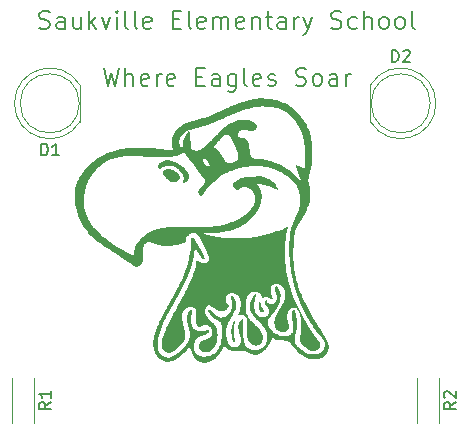
<source format=gbr>
%TF.GenerationSoftware,KiCad,Pcbnew,6.0.7-1.fc36*%
%TF.CreationDate,2022-08-25T22:11:40-05:00*%
%TF.ProjectId,ses-badge,7365732d-6261-4646-9765-2e6b69636164,rev?*%
%TF.SameCoordinates,Original*%
%TF.FileFunction,Legend,Top*%
%TF.FilePolarity,Positive*%
%FSLAX46Y46*%
G04 Gerber Fmt 4.6, Leading zero omitted, Abs format (unit mm)*
G04 Created by KiCad (PCBNEW 6.0.7-1.fc36) date 2022-08-25 22:11:40*
%MOMM*%
%LPD*%
G01*
G04 APERTURE LIST*
%ADD10C,0.150000*%
%ADD11C,0.120000*%
G04 APERTURE END LIST*
D10*
X118000857Y-72614142D02*
X118215142Y-72685571D01*
X118572285Y-72685571D01*
X118715142Y-72614142D01*
X118786571Y-72542714D01*
X118858000Y-72399857D01*
X118858000Y-72257000D01*
X118786571Y-72114142D01*
X118715142Y-72042714D01*
X118572285Y-71971285D01*
X118286571Y-71899857D01*
X118143714Y-71828428D01*
X118072285Y-71757000D01*
X118000857Y-71614142D01*
X118000857Y-71471285D01*
X118072285Y-71328428D01*
X118143714Y-71257000D01*
X118286571Y-71185571D01*
X118643714Y-71185571D01*
X118858000Y-71257000D01*
X120143714Y-72685571D02*
X120143714Y-71899857D01*
X120072285Y-71757000D01*
X119929428Y-71685571D01*
X119643714Y-71685571D01*
X119500857Y-71757000D01*
X120143714Y-72614142D02*
X120000857Y-72685571D01*
X119643714Y-72685571D01*
X119500857Y-72614142D01*
X119429428Y-72471285D01*
X119429428Y-72328428D01*
X119500857Y-72185571D01*
X119643714Y-72114142D01*
X120000857Y-72114142D01*
X120143714Y-72042714D01*
X121500857Y-71685571D02*
X121500857Y-72685571D01*
X120858000Y-71685571D02*
X120858000Y-72471285D01*
X120929428Y-72614142D01*
X121072285Y-72685571D01*
X121286571Y-72685571D01*
X121429428Y-72614142D01*
X121500857Y-72542714D01*
X122215142Y-72685571D02*
X122215142Y-71185571D01*
X122358000Y-72114142D02*
X122786571Y-72685571D01*
X122786571Y-71685571D02*
X122215142Y-72257000D01*
X123286571Y-71685571D02*
X123643714Y-72685571D01*
X124000857Y-71685571D01*
X124572285Y-72685571D02*
X124572285Y-71685571D01*
X124572285Y-71185571D02*
X124500857Y-71257000D01*
X124572285Y-71328428D01*
X124643714Y-71257000D01*
X124572285Y-71185571D01*
X124572285Y-71328428D01*
X125500857Y-72685571D02*
X125358000Y-72614142D01*
X125286571Y-72471285D01*
X125286571Y-71185571D01*
X126286571Y-72685571D02*
X126143714Y-72614142D01*
X126072285Y-72471285D01*
X126072285Y-71185571D01*
X127429428Y-72614142D02*
X127286571Y-72685571D01*
X127000857Y-72685571D01*
X126858000Y-72614142D01*
X126786571Y-72471285D01*
X126786571Y-71899857D01*
X126858000Y-71757000D01*
X127000857Y-71685571D01*
X127286571Y-71685571D01*
X127429428Y-71757000D01*
X127500857Y-71899857D01*
X127500857Y-72042714D01*
X126786571Y-72185571D01*
X129286571Y-71899857D02*
X129786571Y-71899857D01*
X130000857Y-72685571D02*
X129286571Y-72685571D01*
X129286571Y-71185571D01*
X130000857Y-71185571D01*
X130857999Y-72685571D02*
X130715142Y-72614142D01*
X130643714Y-72471285D01*
X130643714Y-71185571D01*
X132000857Y-72614142D02*
X131857999Y-72685571D01*
X131572285Y-72685571D01*
X131429428Y-72614142D01*
X131357999Y-72471285D01*
X131357999Y-71899857D01*
X131429428Y-71757000D01*
X131572285Y-71685571D01*
X131857999Y-71685571D01*
X132000857Y-71757000D01*
X132072285Y-71899857D01*
X132072285Y-72042714D01*
X131357999Y-72185571D01*
X132715142Y-72685571D02*
X132715142Y-71685571D01*
X132715142Y-71828428D02*
X132786571Y-71757000D01*
X132929428Y-71685571D01*
X133143714Y-71685571D01*
X133286571Y-71757000D01*
X133357999Y-71899857D01*
X133357999Y-72685571D01*
X133357999Y-71899857D02*
X133429428Y-71757000D01*
X133572285Y-71685571D01*
X133786571Y-71685571D01*
X133929428Y-71757000D01*
X134000857Y-71899857D01*
X134000857Y-72685571D01*
X135286571Y-72614142D02*
X135143714Y-72685571D01*
X134858000Y-72685571D01*
X134715142Y-72614142D01*
X134643714Y-72471285D01*
X134643714Y-71899857D01*
X134715142Y-71757000D01*
X134858000Y-71685571D01*
X135143714Y-71685571D01*
X135286571Y-71757000D01*
X135358000Y-71899857D01*
X135358000Y-72042714D01*
X134643714Y-72185571D01*
X136000857Y-71685571D02*
X136000857Y-72685571D01*
X136000857Y-71828428D02*
X136072285Y-71757000D01*
X136215142Y-71685571D01*
X136429428Y-71685571D01*
X136572285Y-71757000D01*
X136643714Y-71899857D01*
X136643714Y-72685571D01*
X137143714Y-71685571D02*
X137715142Y-71685571D01*
X137358000Y-71185571D02*
X137358000Y-72471285D01*
X137429428Y-72614142D01*
X137572285Y-72685571D01*
X137715142Y-72685571D01*
X138858000Y-72685571D02*
X138858000Y-71899857D01*
X138786571Y-71757000D01*
X138643714Y-71685571D01*
X138358000Y-71685571D01*
X138215142Y-71757000D01*
X138858000Y-72614142D02*
X138715142Y-72685571D01*
X138358000Y-72685571D01*
X138215142Y-72614142D01*
X138143714Y-72471285D01*
X138143714Y-72328428D01*
X138215142Y-72185571D01*
X138358000Y-72114142D01*
X138715142Y-72114142D01*
X138858000Y-72042714D01*
X139572285Y-72685571D02*
X139572285Y-71685571D01*
X139572285Y-71971285D02*
X139643714Y-71828428D01*
X139715142Y-71757000D01*
X139858000Y-71685571D01*
X140000857Y-71685571D01*
X140358000Y-71685571D02*
X140715142Y-72685571D01*
X141072285Y-71685571D02*
X140715142Y-72685571D01*
X140572285Y-73042714D01*
X140500857Y-73114142D01*
X140358000Y-73185571D01*
X142715142Y-72614142D02*
X142929428Y-72685571D01*
X143286571Y-72685571D01*
X143429428Y-72614142D01*
X143500857Y-72542714D01*
X143572285Y-72399857D01*
X143572285Y-72257000D01*
X143500857Y-72114142D01*
X143429428Y-72042714D01*
X143286571Y-71971285D01*
X143000857Y-71899857D01*
X142858000Y-71828428D01*
X142786571Y-71757000D01*
X142715142Y-71614142D01*
X142715142Y-71471285D01*
X142786571Y-71328428D01*
X142858000Y-71257000D01*
X143000857Y-71185571D01*
X143358000Y-71185571D01*
X143572285Y-71257000D01*
X144858000Y-72614142D02*
X144715142Y-72685571D01*
X144429428Y-72685571D01*
X144286571Y-72614142D01*
X144215142Y-72542714D01*
X144143714Y-72399857D01*
X144143714Y-71971285D01*
X144215142Y-71828428D01*
X144286571Y-71757000D01*
X144429428Y-71685571D01*
X144715142Y-71685571D01*
X144858000Y-71757000D01*
X145500857Y-72685571D02*
X145500857Y-71185571D01*
X146143714Y-72685571D02*
X146143714Y-71899857D01*
X146072285Y-71757000D01*
X145929428Y-71685571D01*
X145715142Y-71685571D01*
X145572285Y-71757000D01*
X145500857Y-71828428D01*
X147072285Y-72685571D02*
X146929428Y-72614142D01*
X146858000Y-72542714D01*
X146786571Y-72399857D01*
X146786571Y-71971285D01*
X146858000Y-71828428D01*
X146929428Y-71757000D01*
X147072285Y-71685571D01*
X147286571Y-71685571D01*
X147429428Y-71757000D01*
X147500857Y-71828428D01*
X147572285Y-71971285D01*
X147572285Y-72399857D01*
X147500857Y-72542714D01*
X147429428Y-72614142D01*
X147286571Y-72685571D01*
X147072285Y-72685571D01*
X148429428Y-72685571D02*
X148286571Y-72614142D01*
X148215142Y-72542714D01*
X148143714Y-72399857D01*
X148143714Y-71971285D01*
X148215142Y-71828428D01*
X148286571Y-71757000D01*
X148429428Y-71685571D01*
X148643714Y-71685571D01*
X148786571Y-71757000D01*
X148858000Y-71828428D01*
X148929428Y-71971285D01*
X148929428Y-72399857D01*
X148858000Y-72542714D01*
X148786571Y-72614142D01*
X148643714Y-72685571D01*
X148429428Y-72685571D01*
X149786571Y-72685571D02*
X149643714Y-72614142D01*
X149572285Y-72471285D01*
X149572285Y-71185571D01*
X123429428Y-76015571D02*
X123786571Y-77515571D01*
X124072285Y-76444142D01*
X124358000Y-77515571D01*
X124715142Y-76015571D01*
X125286571Y-77515571D02*
X125286571Y-76015571D01*
X125929428Y-77515571D02*
X125929428Y-76729857D01*
X125858000Y-76587000D01*
X125715142Y-76515571D01*
X125500857Y-76515571D01*
X125358000Y-76587000D01*
X125286571Y-76658428D01*
X127215142Y-77444142D02*
X127072285Y-77515571D01*
X126786571Y-77515571D01*
X126643714Y-77444142D01*
X126572285Y-77301285D01*
X126572285Y-76729857D01*
X126643714Y-76587000D01*
X126786571Y-76515571D01*
X127072285Y-76515571D01*
X127215142Y-76587000D01*
X127286571Y-76729857D01*
X127286571Y-76872714D01*
X126572285Y-77015571D01*
X127929428Y-77515571D02*
X127929428Y-76515571D01*
X127929428Y-76801285D02*
X128000857Y-76658428D01*
X128072285Y-76587000D01*
X128215142Y-76515571D01*
X128358000Y-76515571D01*
X129429428Y-77444142D02*
X129286571Y-77515571D01*
X129000857Y-77515571D01*
X128858000Y-77444142D01*
X128786571Y-77301285D01*
X128786571Y-76729857D01*
X128858000Y-76587000D01*
X129000857Y-76515571D01*
X129286571Y-76515571D01*
X129429428Y-76587000D01*
X129500857Y-76729857D01*
X129500857Y-76872714D01*
X128786571Y-77015571D01*
X131286571Y-76729857D02*
X131786571Y-76729857D01*
X132000857Y-77515571D02*
X131286571Y-77515571D01*
X131286571Y-76015571D01*
X132000857Y-76015571D01*
X133286571Y-77515571D02*
X133286571Y-76729857D01*
X133215142Y-76587000D01*
X133072285Y-76515571D01*
X132786571Y-76515571D01*
X132643714Y-76587000D01*
X133286571Y-77444142D02*
X133143714Y-77515571D01*
X132786571Y-77515571D01*
X132643714Y-77444142D01*
X132572285Y-77301285D01*
X132572285Y-77158428D01*
X132643714Y-77015571D01*
X132786571Y-76944142D01*
X133143714Y-76944142D01*
X133286571Y-76872714D01*
X134643714Y-76515571D02*
X134643714Y-77729857D01*
X134572285Y-77872714D01*
X134500857Y-77944142D01*
X134358000Y-78015571D01*
X134143714Y-78015571D01*
X134000857Y-77944142D01*
X134643714Y-77444142D02*
X134500857Y-77515571D01*
X134215142Y-77515571D01*
X134072285Y-77444142D01*
X134000857Y-77372714D01*
X133929428Y-77229857D01*
X133929428Y-76801285D01*
X134000857Y-76658428D01*
X134072285Y-76587000D01*
X134215142Y-76515571D01*
X134500857Y-76515571D01*
X134643714Y-76587000D01*
X135572285Y-77515571D02*
X135429428Y-77444142D01*
X135358000Y-77301285D01*
X135358000Y-76015571D01*
X136715142Y-77444142D02*
X136572285Y-77515571D01*
X136286571Y-77515571D01*
X136143714Y-77444142D01*
X136072285Y-77301285D01*
X136072285Y-76729857D01*
X136143714Y-76587000D01*
X136286571Y-76515571D01*
X136572285Y-76515571D01*
X136715142Y-76587000D01*
X136786571Y-76729857D01*
X136786571Y-76872714D01*
X136072285Y-77015571D01*
X137358000Y-77444142D02*
X137500857Y-77515571D01*
X137786571Y-77515571D01*
X137929428Y-77444142D01*
X138000857Y-77301285D01*
X138000857Y-77229857D01*
X137929428Y-77087000D01*
X137786571Y-77015571D01*
X137572285Y-77015571D01*
X137429428Y-76944142D01*
X137358000Y-76801285D01*
X137358000Y-76729857D01*
X137429428Y-76587000D01*
X137572285Y-76515571D01*
X137786571Y-76515571D01*
X137929428Y-76587000D01*
X139715142Y-77444142D02*
X139929428Y-77515571D01*
X140286571Y-77515571D01*
X140429428Y-77444142D01*
X140500857Y-77372714D01*
X140572285Y-77229857D01*
X140572285Y-77087000D01*
X140500857Y-76944142D01*
X140429428Y-76872714D01*
X140286571Y-76801285D01*
X140000857Y-76729857D01*
X139858000Y-76658428D01*
X139786571Y-76587000D01*
X139715142Y-76444142D01*
X139715142Y-76301285D01*
X139786571Y-76158428D01*
X139858000Y-76087000D01*
X140000857Y-76015571D01*
X140358000Y-76015571D01*
X140572285Y-76087000D01*
X141429428Y-77515571D02*
X141286571Y-77444142D01*
X141215142Y-77372714D01*
X141143714Y-77229857D01*
X141143714Y-76801285D01*
X141215142Y-76658428D01*
X141286571Y-76587000D01*
X141429428Y-76515571D01*
X141643714Y-76515571D01*
X141786571Y-76587000D01*
X141858000Y-76658428D01*
X141929428Y-76801285D01*
X141929428Y-77229857D01*
X141858000Y-77372714D01*
X141786571Y-77444142D01*
X141643714Y-77515571D01*
X141429428Y-77515571D01*
X143215142Y-77515571D02*
X143215142Y-76729857D01*
X143143714Y-76587000D01*
X143000857Y-76515571D01*
X142715142Y-76515571D01*
X142572285Y-76587000D01*
X143215142Y-77444142D02*
X143072285Y-77515571D01*
X142715142Y-77515571D01*
X142572285Y-77444142D01*
X142500857Y-77301285D01*
X142500857Y-77158428D01*
X142572285Y-77015571D01*
X142715142Y-76944142D01*
X143072285Y-76944142D01*
X143215142Y-76872714D01*
X143929428Y-77515571D02*
X143929428Y-76515571D01*
X143929428Y-76801285D02*
X144000857Y-76658428D01*
X144072285Y-76587000D01*
X144215142Y-76515571D01*
X144358000Y-76515571D01*
%TO.C,D2*%
X147846904Y-75492380D02*
X147846904Y-74492380D01*
X148085000Y-74492380D01*
X148227857Y-74540000D01*
X148323095Y-74635238D01*
X148370714Y-74730476D01*
X148418333Y-74920952D01*
X148418333Y-75063809D01*
X148370714Y-75254285D01*
X148323095Y-75349523D01*
X148227857Y-75444761D01*
X148085000Y-75492380D01*
X147846904Y-75492380D01*
X148799285Y-74587619D02*
X148846904Y-74540000D01*
X148942142Y-74492380D01*
X149180238Y-74492380D01*
X149275476Y-74540000D01*
X149323095Y-74587619D01*
X149370714Y-74682857D01*
X149370714Y-74778095D01*
X149323095Y-74920952D01*
X148751666Y-75492380D01*
X149370714Y-75492380D01*
%TO.C,R1*%
X118958380Y-104306666D02*
X118482190Y-104640000D01*
X118958380Y-104878095D02*
X117958380Y-104878095D01*
X117958380Y-104497142D01*
X118006000Y-104401904D01*
X118053619Y-104354285D01*
X118148857Y-104306666D01*
X118291714Y-104306666D01*
X118386952Y-104354285D01*
X118434571Y-104401904D01*
X118482190Y-104497142D01*
X118482190Y-104878095D01*
X118958380Y-103354285D02*
X118958380Y-103925714D01*
X118958380Y-103640000D02*
X117958380Y-103640000D01*
X118101238Y-103735238D01*
X118196476Y-103830476D01*
X118244095Y-103925714D01*
%TO.C,R2*%
X153248380Y-104306666D02*
X152772190Y-104640000D01*
X153248380Y-104878095D02*
X152248380Y-104878095D01*
X152248380Y-104497142D01*
X152296000Y-104401904D01*
X152343619Y-104354285D01*
X152438857Y-104306666D01*
X152581714Y-104306666D01*
X152676952Y-104354285D01*
X152724571Y-104401904D01*
X152772190Y-104497142D01*
X152772190Y-104878095D01*
X152343619Y-103925714D02*
X152296000Y-103878095D01*
X152248380Y-103782857D01*
X152248380Y-103544761D01*
X152296000Y-103449523D01*
X152343619Y-103401904D01*
X152438857Y-103354285D01*
X152534095Y-103354285D01*
X152676952Y-103401904D01*
X153248380Y-103973333D01*
X153248380Y-103354285D01*
%TO.C,D1*%
X118133904Y-83412380D02*
X118133904Y-82412380D01*
X118372000Y-82412380D01*
X118514857Y-82460000D01*
X118610095Y-82555238D01*
X118657714Y-82650476D01*
X118705333Y-82840952D01*
X118705333Y-82983809D01*
X118657714Y-83174285D01*
X118610095Y-83269523D01*
X118514857Y-83364761D01*
X118372000Y-83412380D01*
X118133904Y-83412380D01*
X119657714Y-83412380D02*
X119086285Y-83412380D01*
X119372000Y-83412380D02*
X119372000Y-82412380D01*
X119276761Y-82555238D01*
X119181523Y-82650476D01*
X119086285Y-82698095D01*
D11*
%TO.C,D2*%
X146025000Y-77455000D02*
X146025000Y-80545000D01*
X146025000Y-80544830D02*
G75*
G03*
X151575000Y-78999538I2560000J1544830D01*
G01*
X151575000Y-79000462D02*
G75*
G03*
X146025000Y-77455170I-2990000J462D01*
G01*
X151085000Y-79000000D02*
G75*
G03*
X151085000Y-79000000I-2500000J0D01*
G01*
%TO.C,R1*%
X117506000Y-102220000D02*
X117506000Y-106060000D01*
X115666000Y-102220000D02*
X115666000Y-106060000D01*
%TO.C,REF\u002A\u002A*%
G36*
X128950450Y-83805696D02*
G01*
X128982437Y-83809102D01*
X129058216Y-83821990D01*
X129142285Y-83841087D01*
X129231419Y-83865374D01*
X129322392Y-83893827D01*
X129411980Y-83925428D01*
X129496956Y-83959155D01*
X129574095Y-83993987D01*
X129587603Y-84000647D01*
X129655079Y-84036283D01*
X129730075Y-84079148D01*
X129809874Y-84127525D01*
X129891755Y-84179698D01*
X129972999Y-84233949D01*
X130050889Y-84288562D01*
X130096406Y-84321928D01*
X130158663Y-84371440D01*
X130222819Y-84427973D01*
X130287242Y-84489710D01*
X130350297Y-84554833D01*
X130410351Y-84621523D01*
X130465770Y-84687964D01*
X130514921Y-84752337D01*
X130556170Y-84812824D01*
X130587884Y-84867607D01*
X130589334Y-84870448D01*
X130616751Y-84934191D01*
X130638776Y-85005033D01*
X130650721Y-85060003D01*
X130659010Y-85125986D01*
X130659578Y-85188675D01*
X130651959Y-85250668D01*
X130635690Y-85314563D01*
X130610308Y-85382960D01*
X130582022Y-85444939D01*
X130543058Y-85515615D01*
X130500337Y-85574306D01*
X130452212Y-85622462D01*
X130397036Y-85661532D01*
X130333162Y-85692965D01*
X130277556Y-85712709D01*
X130240780Y-85722650D01*
X130213730Y-85726320D01*
X130194075Y-85723742D01*
X130179488Y-85714938D01*
X130178164Y-85713662D01*
X130166094Y-85696453D01*
X130160018Y-85681426D01*
X130158614Y-85673672D01*
X130158530Y-85664493D01*
X130160181Y-85651973D01*
X130163978Y-85634199D01*
X130170335Y-85609256D01*
X130179664Y-85575231D01*
X130192379Y-85530209D01*
X130193427Y-85526524D01*
X130201855Y-85484915D01*
X130206767Y-85434478D01*
X130208123Y-85379531D01*
X130205881Y-85324392D01*
X130200000Y-85273380D01*
X130196049Y-85252431D01*
X130163679Y-85135095D01*
X130118505Y-85019581D01*
X130061310Y-84907205D01*
X129992877Y-84799281D01*
X129913990Y-84697125D01*
X129825432Y-84602052D01*
X129787065Y-84565927D01*
X129738512Y-84525463D01*
X129680747Y-84483050D01*
X129617461Y-84441034D01*
X129552343Y-84401758D01*
X129489085Y-84367565D01*
X129435007Y-84342319D01*
X129351999Y-84313373D01*
X129259567Y-84292141D01*
X129159519Y-84278674D01*
X129053661Y-84273023D01*
X128943803Y-84275240D01*
X128831752Y-84285374D01*
X128719317Y-84303477D01*
X128644881Y-84320038D01*
X128610245Y-84330827D01*
X128567306Y-84347591D01*
X128519145Y-84368868D01*
X128468840Y-84393193D01*
X128419470Y-84419104D01*
X128374115Y-84445136D01*
X128350488Y-84459958D01*
X128299635Y-84491518D01*
X128258074Y-84513659D01*
X128225454Y-84526548D01*
X128202964Y-84530379D01*
X128178011Y-84525919D01*
X128148815Y-84514273D01*
X128120575Y-84498038D01*
X128098488Y-84479814D01*
X128095785Y-84476785D01*
X128082786Y-84457969D01*
X128073262Y-84435245D01*
X128066323Y-84405604D01*
X128061081Y-84366035D01*
X128060093Y-84355976D01*
X128058928Y-84319277D01*
X128063209Y-84283943D01*
X128073775Y-84246786D01*
X128091467Y-84204620D01*
X128109549Y-84168494D01*
X128135672Y-84123281D01*
X128164158Y-84083983D01*
X128196907Y-84048952D01*
X128235821Y-84016542D01*
X128282803Y-83985107D01*
X128339753Y-83952999D01*
X128384914Y-83930055D01*
X128479489Y-83888339D01*
X128576850Y-83854429D01*
X128674812Y-83828767D01*
X128771190Y-83811796D01*
X128863797Y-83803959D01*
X128950450Y-83805696D01*
G37*
G36*
X129017344Y-84561731D02*
G01*
X129119554Y-84580300D01*
X129224260Y-84611243D01*
X129332268Y-84654771D01*
X129372343Y-84673674D01*
X129473072Y-84727987D01*
X129562712Y-84787476D01*
X129643355Y-84853970D01*
X129717093Y-84929301D01*
X129786016Y-85015297D01*
X129822500Y-85067611D01*
X129851285Y-85111713D01*
X129872630Y-85147368D01*
X129887274Y-85176989D01*
X129895956Y-85202993D01*
X129899417Y-85227794D01*
X129898394Y-85253806D01*
X129893628Y-85283444D01*
X129891593Y-85293333D01*
X129875692Y-85342164D01*
X129848504Y-85394618D01*
X129811226Y-85448924D01*
X129765053Y-85503313D01*
X129718616Y-85549287D01*
X129664940Y-85590625D01*
X129603104Y-85624974D01*
X129536000Y-85651450D01*
X129466520Y-85669170D01*
X129397556Y-85677248D01*
X129331998Y-85674800D01*
X129316169Y-85672384D01*
X129247110Y-85654953D01*
X129172731Y-85626904D01*
X129094718Y-85589274D01*
X129014752Y-85543102D01*
X128934519Y-85489424D01*
X128855701Y-85429278D01*
X128779983Y-85363702D01*
X128719496Y-85304654D01*
X128683802Y-85266602D01*
X128642849Y-85221067D01*
X128599557Y-85171429D01*
X128556845Y-85121068D01*
X128517631Y-85073365D01*
X128493309Y-85042699D01*
X128460924Y-84992134D01*
X128441275Y-84940483D01*
X128434776Y-84889885D01*
X128435655Y-84864861D01*
X128439276Y-84843807D01*
X128447011Y-84821587D01*
X128460229Y-84793070D01*
X128461099Y-84791303D01*
X128491603Y-84740557D01*
X128530044Y-84697283D01*
X128578599Y-84659265D01*
X128609784Y-84640145D01*
X128671161Y-84607710D01*
X128726881Y-84584058D01*
X128780697Y-84568152D01*
X128836358Y-84558957D01*
X128897615Y-84555437D01*
X128916829Y-84555329D01*
X129017344Y-84561731D01*
G37*
G36*
X136684900Y-95822536D02*
G01*
X136698725Y-95828297D01*
X136709036Y-95837372D01*
X136716324Y-95851598D01*
X136721084Y-95872817D01*
X136723808Y-95902869D01*
X136724990Y-95943591D01*
X136725163Y-95972750D01*
X136725248Y-96064532D01*
X136766630Y-96139318D01*
X136834299Y-96252812D01*
X136908500Y-96359606D01*
X136955245Y-96419777D01*
X136983509Y-96455899D01*
X137003456Y-96484481D01*
X137016127Y-96507850D01*
X137022565Y-96528331D01*
X137023809Y-96548250D01*
X137021377Y-96567472D01*
X137008732Y-96600653D01*
X136985378Y-96631244D01*
X136954200Y-96657054D01*
X136918082Y-96675890D01*
X136879907Y-96685558D01*
X136865008Y-96686370D01*
X136837854Y-96683704D01*
X136807603Y-96677203D01*
X136793559Y-96672828D01*
X136747946Y-96652447D01*
X136711347Y-96626309D01*
X136679435Y-96591291D01*
X136678008Y-96589413D01*
X136663244Y-96568980D01*
X136651677Y-96550033D01*
X136642825Y-96530442D01*
X136636205Y-96508078D01*
X136631333Y-96480810D01*
X136627727Y-96446510D01*
X136624902Y-96403046D01*
X136622376Y-96348289D01*
X136622169Y-96343280D01*
X136619499Y-96290429D01*
X136615780Y-96233724D01*
X136611357Y-96177537D01*
X136606572Y-96126243D01*
X136601821Y-96084602D01*
X136593765Y-96012016D01*
X136590164Y-95952112D01*
X136591024Y-95904722D01*
X136596347Y-95869681D01*
X136606136Y-95846823D01*
X136606619Y-95846162D01*
X136628945Y-95826057D01*
X136656345Y-95818530D01*
X136684900Y-95822536D01*
G37*
G36*
X134542184Y-97430298D02*
G01*
X134562464Y-97443603D01*
X134574691Y-97463901D01*
X134576760Y-97477497D01*
X134573466Y-97493769D01*
X134564859Y-97516475D01*
X134553597Y-97539200D01*
X134522357Y-97608037D01*
X134504582Y-97678737D01*
X134500246Y-97751464D01*
X134508862Y-97824122D01*
X134513638Y-97851195D01*
X134514697Y-97869810D01*
X134512070Y-97884576D01*
X134509322Y-97892109D01*
X134499591Y-97917155D01*
X134491540Y-97941696D01*
X134484462Y-97968668D01*
X134477653Y-98001006D01*
X134470406Y-98041647D01*
X134464100Y-98080352D01*
X134451790Y-98173756D01*
X134444311Y-98266982D01*
X134441764Y-98356839D01*
X134444250Y-98440133D01*
X134450653Y-98505271D01*
X134476095Y-98657827D01*
X134510859Y-98816466D01*
X134539645Y-98926792D01*
X134556972Y-98992122D01*
X134569892Y-99047343D01*
X134578208Y-99091542D01*
X134581404Y-99118244D01*
X134583133Y-99145936D01*
X134582990Y-99163750D01*
X134580290Y-99175356D01*
X134574352Y-99184421D01*
X134567791Y-99191330D01*
X134545592Y-99205345D01*
X134517487Y-99208241D01*
X134482393Y-99200122D01*
X134480796Y-99199559D01*
X134439173Y-99178157D01*
X134407150Y-99147212D01*
X134396936Y-99131950D01*
X134384321Y-99105271D01*
X134370751Y-99067557D01*
X134356883Y-99021277D01*
X134343370Y-98968899D01*
X134330867Y-98912890D01*
X134320031Y-98855719D01*
X134314530Y-98821412D01*
X134307195Y-98772467D01*
X134298814Y-98717406D01*
X134290320Y-98662304D01*
X134282644Y-98613242D01*
X134281156Y-98603853D01*
X134267042Y-98505184D01*
X134257667Y-98415056D01*
X134252749Y-98329374D01*
X134252008Y-98244041D01*
X134253271Y-98196032D01*
X134258848Y-98094260D01*
X134267878Y-98003234D01*
X134280961Y-97920405D01*
X134298695Y-97843227D01*
X134321682Y-97769151D01*
X134350520Y-97695627D01*
X134385810Y-97620108D01*
X134391463Y-97608910D01*
X134409350Y-97575806D01*
X134429610Y-97541594D01*
X134450797Y-97508368D01*
X134471462Y-97478223D01*
X134490159Y-97453255D01*
X134505439Y-97435559D01*
X134515855Y-97427228D01*
X134517243Y-97426869D01*
X134542184Y-97430298D01*
G37*
G36*
X130637155Y-83641100D02*
G01*
X130581670Y-83569661D01*
X130532800Y-83507140D01*
X130489998Y-83452908D01*
X130452717Y-83406337D01*
X130420409Y-83366799D01*
X130392528Y-83333663D01*
X130368527Y-83306302D01*
X130347858Y-83284088D01*
X130329975Y-83266390D01*
X130314330Y-83252581D01*
X130300377Y-83242032D01*
X130287569Y-83234114D01*
X130275358Y-83228198D01*
X130263197Y-83223656D01*
X130254953Y-83221112D01*
X130216508Y-83213886D01*
X130176378Y-83214678D01*
X130132925Y-83223922D01*
X130084512Y-83242050D01*
X130029498Y-83269494D01*
X129993189Y-83290287D01*
X129938859Y-83321348D01*
X129886549Y-83348319D01*
X129834204Y-83371887D01*
X129779769Y-83392736D01*
X129721189Y-83411552D01*
X129656410Y-83429020D01*
X129583378Y-83445825D01*
X129500037Y-83462651D01*
X129446282Y-83472670D01*
X129378791Y-83484696D01*
X129316224Y-83495207D01*
X129257073Y-83504315D01*
X129199832Y-83512130D01*
X129142993Y-83518762D01*
X129085048Y-83524321D01*
X129024490Y-83528917D01*
X128959811Y-83532662D01*
X128889504Y-83535665D01*
X128812063Y-83538036D01*
X128725978Y-83539887D01*
X128629743Y-83541326D01*
X128521850Y-83542465D01*
X128488614Y-83542751D01*
X128397549Y-83543382D01*
X128309671Y-83543717D01*
X128224005Y-83543728D01*
X128139575Y-83543386D01*
X128055408Y-83542660D01*
X127970529Y-83541523D01*
X127883964Y-83539944D01*
X127794737Y-83537895D01*
X127701874Y-83535347D01*
X127604401Y-83532269D01*
X127501343Y-83528634D01*
X127391726Y-83524411D01*
X127274574Y-83519572D01*
X127148914Y-83514088D01*
X127013771Y-83507928D01*
X126868169Y-83501065D01*
X126711135Y-83493468D01*
X126541694Y-83485109D01*
X126506685Y-83483366D01*
X126379281Y-83477074D01*
X126264491Y-83471547D01*
X126161358Y-83466758D01*
X126068919Y-83462681D01*
X125986217Y-83459288D01*
X125912292Y-83456554D01*
X125846184Y-83454451D01*
X125786933Y-83452954D01*
X125733581Y-83452034D01*
X125685167Y-83451665D01*
X125640732Y-83451822D01*
X125599316Y-83452477D01*
X125559961Y-83453603D01*
X125521705Y-83455174D01*
X125511020Y-83455692D01*
X125413946Y-83461182D01*
X125325818Y-83467653D01*
X125241997Y-83475570D01*
X125157841Y-83485396D01*
X125068710Y-83497595D01*
X125021165Y-83504679D01*
X124907365Y-83522559D01*
X124804770Y-83539924D01*
X124711027Y-83557286D01*
X124623783Y-83575159D01*
X124540685Y-83594056D01*
X124459379Y-83614488D01*
X124377512Y-83636970D01*
X124292731Y-83662013D01*
X124276706Y-83666917D01*
X124227283Y-83682093D01*
X124176594Y-83697619D01*
X124127962Y-83712481D01*
X124084708Y-83725664D01*
X124050152Y-83736154D01*
X124042150Y-83738572D01*
X123886860Y-83792431D01*
X123733803Y-83859552D01*
X123583343Y-83939728D01*
X123435847Y-84032754D01*
X123291681Y-84138423D01*
X123199110Y-84214495D01*
X123043299Y-84352850D01*
X122899399Y-84490584D01*
X122765931Y-84629430D01*
X122641414Y-84771122D01*
X122524368Y-84917391D01*
X122413311Y-85069972D01*
X122306764Y-85230595D01*
X122243656Y-85332761D01*
X122195874Y-85415034D01*
X122152110Y-85496831D01*
X122111336Y-85580474D01*
X122072526Y-85668285D01*
X122034654Y-85762584D01*
X121996693Y-85865694D01*
X121958047Y-85978638D01*
X121936197Y-86045766D01*
X121917960Y-86105123D01*
X121902568Y-86159931D01*
X121889251Y-86213408D01*
X121877240Y-86268773D01*
X121865766Y-86329247D01*
X121854059Y-86398047D01*
X121846446Y-86445665D01*
X121822003Y-86611672D01*
X121801645Y-86772162D01*
X121785411Y-86926286D01*
X121773341Y-87073193D01*
X121765477Y-87212035D01*
X121761860Y-87341962D01*
X121762529Y-87462125D01*
X121767526Y-87571674D01*
X121776892Y-87669760D01*
X121785159Y-87725908D01*
X121797181Y-87786933D01*
X121813936Y-87858330D01*
X121834763Y-87937988D01*
X121859001Y-88023798D01*
X121885989Y-88113651D01*
X121915064Y-88205436D01*
X121945566Y-88297044D01*
X121976833Y-88386365D01*
X122008203Y-88471289D01*
X122039014Y-88549708D01*
X122056953Y-88592744D01*
X122074526Y-88632287D01*
X122097224Y-88680977D01*
X122123663Y-88736024D01*
X122152461Y-88794635D01*
X122182237Y-88854019D01*
X122211608Y-88911385D01*
X122239192Y-88963939D01*
X122257470Y-88997778D01*
X122291184Y-89058436D01*
X122323155Y-89113998D01*
X122354321Y-89165671D01*
X122385623Y-89214662D01*
X122418000Y-89262178D01*
X122452391Y-89309427D01*
X122489735Y-89357614D01*
X122530972Y-89407948D01*
X122577042Y-89461634D01*
X122628884Y-89519881D01*
X122687437Y-89583894D01*
X122753641Y-89654882D01*
X122828435Y-89734051D01*
X122840071Y-89746304D01*
X123021676Y-89931976D01*
X123204263Y-90107453D01*
X123389891Y-90274456D01*
X123580617Y-90434708D01*
X123778500Y-90589930D01*
X123985599Y-90741845D01*
X124203971Y-90892174D01*
X124232514Y-90911173D01*
X124308407Y-90961144D01*
X124381571Y-91008522D01*
X124453408Y-91054131D01*
X124525316Y-91098798D01*
X124598695Y-91143346D01*
X124674945Y-91188601D01*
X124755466Y-91235389D01*
X124841656Y-91284533D01*
X124934916Y-91336861D01*
X125036644Y-91393196D01*
X125148242Y-91454363D01*
X125221728Y-91494384D01*
X125319597Y-91547449D01*
X125406500Y-91594285D01*
X125483313Y-91635344D01*
X125550911Y-91671075D01*
X125610173Y-91701929D01*
X125661974Y-91728359D01*
X125707191Y-91750813D01*
X125746701Y-91769744D01*
X125781380Y-91785602D01*
X125812106Y-91798838D01*
X125820014Y-91802093D01*
X125852852Y-91815670D01*
X125883504Y-91828710D01*
X125908417Y-91839679D01*
X125923424Y-91846729D01*
X125942894Y-91854952D01*
X125959583Y-91859315D01*
X125962517Y-91859527D01*
X125967648Y-91858955D01*
X125971327Y-91855949D01*
X125973796Y-91848574D01*
X125975296Y-91834895D01*
X125976066Y-91812975D01*
X125976348Y-91780881D01*
X125976385Y-91748099D01*
X125977129Y-91700184D01*
X125979605Y-91654434D01*
X125984178Y-91608905D01*
X125991210Y-91561652D01*
X126001068Y-91510732D01*
X126014115Y-91454199D01*
X126030716Y-91390109D01*
X126051235Y-91316517D01*
X126068262Y-91257841D01*
X126096023Y-91169863D01*
X126125465Y-91090828D01*
X126158331Y-91017136D01*
X126196367Y-90945187D01*
X126241317Y-90871382D01*
X126291829Y-90796530D01*
X126392845Y-90660479D01*
X126499180Y-90533457D01*
X126612130Y-90414281D01*
X126732991Y-90301768D01*
X126863060Y-90194733D01*
X127003634Y-90091994D01*
X127156008Y-89992367D01*
X127206952Y-89961263D01*
X127298103Y-89908680D01*
X127395745Y-89856323D01*
X127496321Y-89805926D01*
X127596275Y-89759222D01*
X127692053Y-89717945D01*
X127763224Y-89690016D01*
X127830179Y-89667555D01*
X127909079Y-89645349D01*
X127998271Y-89623682D01*
X128096103Y-89602839D01*
X128200922Y-89583104D01*
X128311076Y-89564764D01*
X128424911Y-89548103D01*
X128540776Y-89533405D01*
X128657018Y-89520956D01*
X128771984Y-89511040D01*
X128821647Y-89507559D01*
X128879340Y-89504138D01*
X128944380Y-89500897D01*
X129017167Y-89497831D01*
X129098102Y-89494932D01*
X129187583Y-89492193D01*
X129286010Y-89489607D01*
X129393784Y-89487167D01*
X129511304Y-89484866D01*
X129638969Y-89482698D01*
X129777180Y-89480654D01*
X129926336Y-89478729D01*
X130086836Y-89476915D01*
X130259081Y-89475206D01*
X130443471Y-89473594D01*
X130640404Y-89472072D01*
X130850282Y-89470633D01*
X130990437Y-89469760D01*
X131192584Y-89468377D01*
X131381843Y-89466703D01*
X131558919Y-89464688D01*
X131724520Y-89462283D01*
X131879353Y-89459437D01*
X132024123Y-89456101D01*
X132159539Y-89452224D01*
X132286306Y-89447756D01*
X132405131Y-89442649D01*
X132516720Y-89436851D01*
X132621782Y-89430312D01*
X132721021Y-89422983D01*
X132815145Y-89414815D01*
X132904861Y-89405755D01*
X132990875Y-89395756D01*
X133073894Y-89384767D01*
X133154625Y-89372738D01*
X133233773Y-89359618D01*
X133312047Y-89345359D01*
X133390152Y-89329910D01*
X133468796Y-89313221D01*
X133548684Y-89295242D01*
X133587547Y-89286171D01*
X133756889Y-89243184D01*
X133921549Y-89195009D01*
X134083778Y-89140798D01*
X134245829Y-89079698D01*
X134409952Y-89010862D01*
X134578400Y-88933438D01*
X134753425Y-88846577D01*
X134756926Y-88844780D01*
X134896033Y-88771608D01*
X135023282Y-88700843D01*
X135139970Y-88631455D01*
X135247395Y-88562414D01*
X135346853Y-88492690D01*
X135439643Y-88421251D01*
X135527060Y-88347068D01*
X135610404Y-88269110D01*
X135690970Y-88186347D01*
X135770057Y-88097748D01*
X135848962Y-88002283D01*
X135900300Y-87936668D01*
X135986542Y-87815882D01*
X136061890Y-87692729D01*
X136125791Y-87568329D01*
X136177693Y-87443804D01*
X136217045Y-87320276D01*
X136230182Y-87266793D01*
X136235844Y-87239230D01*
X136239932Y-87213060D01*
X136242684Y-87185184D01*
X136244339Y-87152500D01*
X136245135Y-87111907D01*
X136245314Y-87069832D01*
X136243079Y-86959995D01*
X136235979Y-86861604D01*
X136223499Y-86773220D01*
X136205123Y-86693406D01*
X136180333Y-86620723D01*
X136148614Y-86553734D01*
X136109449Y-86491000D01*
X136062320Y-86431083D01*
X136006713Y-86372546D01*
X135988745Y-86355453D01*
X135935636Y-86310401D01*
X135873226Y-86264799D01*
X135804950Y-86220701D01*
X135734239Y-86180163D01*
X135664526Y-86145237D01*
X135599243Y-86117980D01*
X135581660Y-86111812D01*
X135497785Y-86090773D01*
X135409576Y-86081568D01*
X135319082Y-86084025D01*
X135228351Y-86097972D01*
X135139432Y-86123238D01*
X135063144Y-86155270D01*
X135009441Y-86184377D01*
X134967356Y-86213703D01*
X134934978Y-86244818D01*
X134910395Y-86279292D01*
X134908866Y-86281961D01*
X134884519Y-86318807D01*
X134859540Y-86343209D01*
X134832465Y-86356292D01*
X134808285Y-86359367D01*
X134768560Y-86354999D01*
X134724864Y-86343107D01*
X134683109Y-86325510D01*
X134665143Y-86315351D01*
X134637485Y-86295104D01*
X134604623Y-86266539D01*
X134568836Y-86232101D01*
X134532404Y-86194238D01*
X134497606Y-86155395D01*
X134466719Y-86118020D01*
X134442025Y-86084557D01*
X134426855Y-86059571D01*
X134414934Y-86026962D01*
X134406782Y-85985557D01*
X134402879Y-85939753D01*
X134403710Y-85893947D01*
X134406202Y-85871390D01*
X134415942Y-85824464D01*
X134431286Y-85781951D01*
X134453731Y-85741227D01*
X134484775Y-85699668D01*
X134525917Y-85654649D01*
X134535300Y-85645187D01*
X134608055Y-85579062D01*
X134686925Y-85520177D01*
X134773524Y-85467592D01*
X134869467Y-85420370D01*
X134976367Y-85377572D01*
X135024196Y-85360932D01*
X135125410Y-85330087D01*
X135237102Y-85301448D01*
X135356246Y-85275599D01*
X135479819Y-85253128D01*
X135604797Y-85234622D01*
X135728157Y-85220668D01*
X135763135Y-85217561D01*
X135822405Y-85213186D01*
X135890601Y-85209096D01*
X135966102Y-85205323D01*
X136047285Y-85201899D01*
X136132529Y-85198856D01*
X136220211Y-85196227D01*
X136308709Y-85194043D01*
X136396402Y-85192337D01*
X136481666Y-85191140D01*
X136562880Y-85190485D01*
X136638422Y-85190403D01*
X136706670Y-85190928D01*
X136766002Y-85192091D01*
X136814795Y-85193924D01*
X136847531Y-85196099D01*
X136943793Y-85207468D01*
X137034630Y-85224498D01*
X137122454Y-85248023D01*
X137209678Y-85278880D01*
X137298716Y-85317901D01*
X137391980Y-85365923D01*
X137473249Y-85412571D01*
X137584815Y-85482617D01*
X137684454Y-85552889D01*
X137773764Y-85624995D01*
X137854343Y-85700543D01*
X137927790Y-85781142D01*
X137995705Y-85868401D01*
X138059685Y-85963928D01*
X138115442Y-86058689D01*
X138145072Y-86115308D01*
X138166228Y-86163956D01*
X138179625Y-86206686D01*
X138185978Y-86245549D01*
X138186734Y-86263369D01*
X138186877Y-86306745D01*
X138157983Y-86303392D01*
X138142260Y-86299255D01*
X138116095Y-86289614D01*
X138081150Y-86275162D01*
X138039086Y-86256589D01*
X137991566Y-86234590D01*
X137982916Y-86230488D01*
X137898931Y-86190870D01*
X137823685Y-86156268D01*
X137755004Y-86125905D01*
X137690715Y-86099004D01*
X137628645Y-86074788D01*
X137566621Y-86052480D01*
X137502471Y-86031302D01*
X137434021Y-86010479D01*
X137359099Y-85989234D01*
X137275531Y-85966788D01*
X137181144Y-85942365D01*
X137167070Y-85938777D01*
X137072414Y-85915241D01*
X136988392Y-85895608D01*
X136912763Y-85879402D01*
X136843289Y-85866148D01*
X136777729Y-85855371D01*
X136765946Y-85853625D01*
X136704031Y-85845237D01*
X136645362Y-85838501D01*
X136591342Y-85833482D01*
X136543372Y-85830249D01*
X136502857Y-85828868D01*
X136471197Y-85829406D01*
X136449796Y-85831930D01*
X136440057Y-85836508D01*
X136439608Y-85838041D01*
X136444258Y-85849096D01*
X136458317Y-85868695D01*
X136481951Y-85897039D01*
X136515323Y-85934334D01*
X136532797Y-85953269D01*
X136561367Y-85987365D01*
X136585996Y-86024931D01*
X136608973Y-86068847D01*
X136674994Y-86216114D01*
X136728850Y-86357518D01*
X136770536Y-86493038D01*
X136800048Y-86622649D01*
X136817381Y-86746328D01*
X136822529Y-86864054D01*
X136815489Y-86975801D01*
X136807467Y-87029040D01*
X136781366Y-87166423D01*
X136755123Y-87291294D01*
X136728450Y-87404736D01*
X136701057Y-87507833D01*
X136672658Y-87601669D01*
X136642965Y-87687329D01*
X136611688Y-87765896D01*
X136611615Y-87766067D01*
X136551528Y-87897717D01*
X136485601Y-88024127D01*
X136412528Y-88147351D01*
X136331007Y-88269441D01*
X136239734Y-88392449D01*
X136137406Y-88518429D01*
X136123374Y-88534955D01*
X136030723Y-88641466D01*
X135942991Y-88737630D01*
X135858405Y-88824936D01*
X135775191Y-88904876D01*
X135691577Y-88978939D01*
X135605789Y-89048614D01*
X135516053Y-89115392D01*
X135420596Y-89180762D01*
X135317646Y-89246214D01*
X135205428Y-89313239D01*
X135178446Y-89328846D01*
X134971414Y-89440708D01*
X134757457Y-89541984D01*
X134536222Y-89632787D01*
X134307355Y-89713230D01*
X134070502Y-89783426D01*
X133825312Y-89843487D01*
X133571429Y-89893528D01*
X133308502Y-89933660D01*
X133271406Y-89938437D01*
X133213986Y-89945495D01*
X133159290Y-89951808D01*
X133105846Y-89957476D01*
X133052182Y-89962602D01*
X132996826Y-89967288D01*
X132938308Y-89971634D01*
X132875155Y-89975744D01*
X132805895Y-89979718D01*
X132729057Y-89983658D01*
X132643170Y-89987666D01*
X132546761Y-89991843D01*
X132438360Y-89996292D01*
X132428366Y-89996693D01*
X132334837Y-90000458D01*
X132253969Y-90003762D01*
X132184835Y-90006666D01*
X132126508Y-90009231D01*
X132078062Y-90011515D01*
X132038570Y-90013578D01*
X132007105Y-90015481D01*
X131982740Y-90017284D01*
X131964549Y-90019046D01*
X131951604Y-90020826D01*
X131942980Y-90022686D01*
X131937749Y-90024685D01*
X131934984Y-90026882D01*
X131933996Y-90028634D01*
X131933541Y-90035832D01*
X131938790Y-90043090D01*
X131951140Y-90051118D01*
X131971990Y-90060622D01*
X132002738Y-90072309D01*
X132044782Y-90086886D01*
X132057836Y-90091270D01*
X132094211Y-90103206D01*
X132128677Y-90113950D01*
X132163183Y-90123993D01*
X132199678Y-90133826D01*
X132240112Y-90143939D01*
X132286433Y-90154823D01*
X132340592Y-90166968D01*
X132404538Y-90180866D01*
X132465759Y-90193938D01*
X132752380Y-90251816D01*
X133029007Y-90301553D01*
X133296443Y-90343276D01*
X133555488Y-90377110D01*
X133781310Y-90400846D01*
X133947131Y-90414467D01*
X134120257Y-90425421D01*
X134298720Y-90433711D01*
X134480547Y-90439342D01*
X134663770Y-90442317D01*
X134846416Y-90442638D01*
X135026516Y-90440310D01*
X135202099Y-90435335D01*
X135371194Y-90427718D01*
X135531832Y-90417460D01*
X135682040Y-90404567D01*
X135749538Y-90397479D01*
X135902484Y-90378483D01*
X136065616Y-90354738D01*
X136236565Y-90326722D01*
X136412965Y-90294916D01*
X136592449Y-90259799D01*
X136772651Y-90221850D01*
X136951204Y-90181549D01*
X137125739Y-90139375D01*
X137293892Y-90095808D01*
X137441606Y-90054709D01*
X137645116Y-89992910D01*
X137854774Y-89923391D01*
X138066682Y-89847599D01*
X138276944Y-89766978D01*
X138481663Y-89682974D01*
X138676940Y-89597032D01*
X138681800Y-89594811D01*
X138756952Y-89560424D01*
X138820719Y-89531327D01*
X138874092Y-89507182D01*
X138918066Y-89487653D01*
X138953632Y-89472402D01*
X138981785Y-89461093D01*
X139003516Y-89453388D01*
X139019819Y-89448951D01*
X139031687Y-89447444D01*
X139040112Y-89448530D01*
X139046088Y-89451873D01*
X139050607Y-89457135D01*
X139054663Y-89463979D01*
X139056650Y-89467574D01*
X139060539Y-89475721D01*
X139061784Y-89484018D01*
X139059648Y-89494917D01*
X139053398Y-89510869D01*
X139042299Y-89534325D01*
X139028120Y-89562756D01*
X139008254Y-89604332D01*
X138994259Y-89639196D01*
X138984475Y-89671958D01*
X138978347Y-89700935D01*
X138973051Y-89728030D01*
X138965319Y-89764760D01*
X138955933Y-89807547D01*
X138945674Y-89852816D01*
X138937486Y-89887900D01*
X138923254Y-89950942D01*
X138910390Y-90014577D01*
X138898649Y-90080541D01*
X138887791Y-90150570D01*
X138877571Y-90226399D01*
X138867749Y-90309766D01*
X138858080Y-90402407D01*
X138848323Y-90506056D01*
X138843473Y-90560973D01*
X138828617Y-90742199D01*
X138816456Y-90913140D01*
X138806851Y-91076811D01*
X138799662Y-91236225D01*
X138794752Y-91394396D01*
X138791981Y-91554338D01*
X138791202Y-91696358D01*
X138791260Y-91765034D01*
X138791551Y-91826882D01*
X138792159Y-91883677D01*
X138793168Y-91937193D01*
X138794662Y-91989202D01*
X138796725Y-92041479D01*
X138799440Y-92095798D01*
X138802893Y-92153931D01*
X138807167Y-92217653D01*
X138812345Y-92288738D01*
X138818513Y-92368958D01*
X138825753Y-92460088D01*
X138829681Y-92508804D01*
X138838405Y-92615305D01*
X138846473Y-92710139D01*
X138854145Y-92795208D01*
X138861682Y-92872411D01*
X138869343Y-92943649D01*
X138877390Y-93010823D01*
X138886084Y-93075832D01*
X138895683Y-93140577D01*
X138906450Y-93206959D01*
X138918644Y-93276877D01*
X138932526Y-93352233D01*
X138948356Y-93434925D01*
X138966395Y-93526856D01*
X138975513Y-93572803D01*
X138993340Y-93661934D01*
X139009859Y-93743207D01*
X139025433Y-93817955D01*
X139040428Y-93887510D01*
X139055207Y-93953205D01*
X139070135Y-94016371D01*
X139085575Y-94078341D01*
X139101891Y-94140447D01*
X139119448Y-94204021D01*
X139138610Y-94270396D01*
X139159741Y-94340903D01*
X139183204Y-94416876D01*
X139209365Y-94499646D01*
X139238586Y-94590546D01*
X139271233Y-94690908D01*
X139307670Y-94802063D01*
X139330088Y-94870198D01*
X139376126Y-95008011D01*
X139419925Y-95134851D01*
X139462342Y-95252987D01*
X139504231Y-95364688D01*
X139546446Y-95472222D01*
X139589844Y-95577859D01*
X139635278Y-95683866D01*
X139645693Y-95707600D01*
X139661541Y-95742521D01*
X139683091Y-95788388D01*
X139709778Y-95844080D01*
X139741036Y-95908475D01*
X139776299Y-95980453D01*
X139815003Y-96058891D01*
X139856581Y-96142669D01*
X139900470Y-96230665D01*
X139946103Y-96321759D01*
X139992914Y-96414828D01*
X140040340Y-96508752D01*
X140087813Y-96602410D01*
X140134770Y-96694681D01*
X140180644Y-96784442D01*
X140224871Y-96870573D01*
X140266884Y-96951953D01*
X140306119Y-97027460D01*
X140342010Y-97095974D01*
X140373992Y-97156372D01*
X140401499Y-97207535D01*
X140408119Y-97219682D01*
X140465527Y-97322707D01*
X140528982Y-97432878D01*
X140598796Y-97550703D01*
X140675281Y-97676689D01*
X140758748Y-97811342D01*
X140849509Y-97955171D01*
X140947877Y-98108682D01*
X141054163Y-98272383D01*
X141073073Y-98301310D01*
X141105300Y-98350099D01*
X141143096Y-98406533D01*
X141185487Y-98469211D01*
X141231498Y-98536731D01*
X141280152Y-98607690D01*
X141330476Y-98680685D01*
X141381494Y-98754315D01*
X141432230Y-98827178D01*
X141481710Y-98897870D01*
X141528958Y-98964991D01*
X141572999Y-99027137D01*
X141612858Y-99082906D01*
X141647559Y-99130896D01*
X141676128Y-99169706D01*
X141687743Y-99185143D01*
X141718015Y-99225701D01*
X141740793Y-99258319D01*
X141757389Y-99285411D01*
X141769118Y-99309395D01*
X141777294Y-99332686D01*
X141783231Y-99357702D01*
X141784122Y-99362354D01*
X141788482Y-99398975D01*
X141789733Y-99441805D01*
X141788122Y-99486749D01*
X141783895Y-99529709D01*
X141777299Y-99566589D01*
X141770467Y-99589002D01*
X141743735Y-99642014D01*
X141706531Y-99697187D01*
X141661190Y-99752116D01*
X141610046Y-99804395D01*
X141555436Y-99851617D01*
X141499694Y-99891378D01*
X141450261Y-99918902D01*
X141390607Y-99943737D01*
X141333334Y-99959774D01*
X141273730Y-99967952D01*
X141207084Y-99969211D01*
X141199281Y-99968973D01*
X141161808Y-99967343D01*
X141132599Y-99964856D01*
X141106930Y-99960637D01*
X141080080Y-99953811D01*
X141047327Y-99943504D01*
X141029483Y-99937524D01*
X140925833Y-99897428D01*
X140823230Y-99847419D01*
X140720853Y-99786938D01*
X140617884Y-99715428D01*
X140513503Y-99632332D01*
X140406889Y-99537092D01*
X140328473Y-99460876D01*
X140264153Y-99395120D01*
X140209711Y-99336639D01*
X140164315Y-99284336D01*
X140127132Y-99237108D01*
X140097330Y-99193857D01*
X140074075Y-99153483D01*
X140056536Y-99114884D01*
X140047722Y-99089961D01*
X140042680Y-99072802D01*
X140038903Y-99056182D01*
X140036213Y-99037776D01*
X140034430Y-99015256D01*
X140033375Y-98986295D01*
X140032867Y-98948568D01*
X140032729Y-98899746D01*
X140032729Y-98748724D01*
X140067840Y-98677988D01*
X140084942Y-98643031D01*
X140097619Y-98615062D01*
X140107015Y-98590392D01*
X140114276Y-98565333D01*
X140120545Y-98536195D01*
X140126968Y-98499288D01*
X140130927Y-98474677D01*
X140144864Y-98378786D01*
X140156366Y-98281021D01*
X140165557Y-98179472D01*
X140172559Y-98072226D01*
X140177495Y-97957372D01*
X140180488Y-97832999D01*
X140181662Y-97697194D01*
X140181681Y-97686026D01*
X140181553Y-97598606D01*
X140180754Y-97522626D01*
X140179001Y-97455935D01*
X140176009Y-97396383D01*
X140171494Y-97341817D01*
X140165174Y-97290087D01*
X140156764Y-97239042D01*
X140145980Y-97186529D01*
X140132540Y-97130398D01*
X140116158Y-97068497D01*
X140096552Y-96998675D01*
X140086352Y-96963236D01*
X140057649Y-96866565D01*
X140030820Y-96782018D01*
X140005269Y-96708349D01*
X139980400Y-96644313D01*
X139955616Y-96588661D01*
X139930322Y-96540148D01*
X139903921Y-96497528D01*
X139875818Y-96459554D01*
X139845415Y-96424979D01*
X139814406Y-96394646D01*
X139767162Y-96355354D01*
X139720112Y-96323774D01*
X139675866Y-96301554D01*
X139655768Y-96294515D01*
X139624513Y-96288468D01*
X139584303Y-96285035D01*
X139539523Y-96284199D01*
X139494560Y-96285942D01*
X139453798Y-96290249D01*
X139427643Y-96295401D01*
X139385286Y-96308320D01*
X139347038Y-96324633D01*
X139310346Y-96345974D01*
X139272658Y-96373973D01*
X139231421Y-96410262D01*
X139198913Y-96441634D01*
X139147596Y-96494714D01*
X139106262Y-96543121D01*
X139073444Y-96589517D01*
X139047677Y-96636564D01*
X139027494Y-96686925D01*
X139011430Y-96743262D01*
X138998494Y-96805592D01*
X138994520Y-96830297D01*
X138991451Y-96856529D01*
X138989181Y-96886423D01*
X138987607Y-96922118D01*
X138986622Y-96965751D01*
X138986124Y-97019459D01*
X138986011Y-97060544D01*
X138986003Y-97114147D01*
X138986312Y-97159375D01*
X138987263Y-97198309D01*
X138989181Y-97233029D01*
X138992390Y-97265614D01*
X138997218Y-97298144D01*
X139003989Y-97332700D01*
X139013027Y-97371360D01*
X139024660Y-97416206D01*
X139039211Y-97469316D01*
X139057007Y-97532770D01*
X139063457Y-97555659D01*
X139082995Y-97625443D01*
X139098999Y-97683885D01*
X139111816Y-97732676D01*
X139121795Y-97773505D01*
X139129286Y-97808062D01*
X139134636Y-97838037D01*
X139138195Y-97865119D01*
X139140310Y-97890998D01*
X139141332Y-97917364D01*
X139141565Y-97934179D01*
X139141575Y-97967713D01*
X139140566Y-97991574D01*
X139137822Y-98009683D01*
X139132628Y-98025962D01*
X139124269Y-98044332D01*
X139119873Y-98053157D01*
X139082252Y-98115813D01*
X139035227Y-98174519D01*
X138980980Y-98227421D01*
X138921692Y-98272665D01*
X138859543Y-98308399D01*
X138796715Y-98332768D01*
X138788001Y-98335164D01*
X138711418Y-98349706D01*
X138629883Y-98355512D01*
X138547604Y-98352664D01*
X138468791Y-98341244D01*
X138417201Y-98327963D01*
X138336287Y-98296931D01*
X138258649Y-98256231D01*
X138185887Y-98207275D01*
X138119599Y-98151478D01*
X138061386Y-98090254D01*
X138012847Y-98025017D01*
X137975580Y-97957181D01*
X137963011Y-97926448D01*
X137929376Y-97821143D01*
X137907437Y-97721245D01*
X137896993Y-97625580D01*
X137897190Y-97543253D01*
X137903241Y-97456249D01*
X137911224Y-97379911D01*
X137921706Y-97311375D01*
X137935249Y-97247777D01*
X137952419Y-97186255D01*
X137973780Y-97123945D01*
X137986241Y-97091516D01*
X138016043Y-97019559D01*
X138051364Y-96939674D01*
X138090809Y-96854678D01*
X138132982Y-96767389D01*
X138176487Y-96680623D01*
X138219930Y-96597198D01*
X138261914Y-96519931D01*
X138301044Y-96451641D01*
X138313444Y-96430977D01*
X138339472Y-96388008D01*
X138367854Y-96340834D01*
X138395911Y-96293930D01*
X138420961Y-96251770D01*
X138432098Y-96232886D01*
X138456638Y-96191702D01*
X138485181Y-96144705D01*
X138514310Y-96097473D01*
X138540607Y-96055588D01*
X138542432Y-96052720D01*
X138563244Y-96018631D01*
X138588031Y-95975750D01*
X138614873Y-95927541D01*
X138641849Y-95877464D01*
X138667039Y-95828983D01*
X138671989Y-95819195D01*
X138699808Y-95762890D01*
X138722011Y-95714953D01*
X138739621Y-95672140D01*
X138753663Y-95631204D01*
X138765163Y-95588901D01*
X138775144Y-95541986D01*
X138784633Y-95487213D01*
X138792038Y-95439051D01*
X138804834Y-95334183D01*
X138810678Y-95235172D01*
X138809489Y-95137908D01*
X138801183Y-95038284D01*
X138785678Y-94932189D01*
X138781344Y-94907855D01*
X138762279Y-94821207D01*
X138739196Y-94747435D01*
X138712112Y-94686594D01*
X138703058Y-94670619D01*
X138670279Y-94622693D01*
X138628903Y-94572474D01*
X138581365Y-94522207D01*
X138530099Y-94474135D01*
X138477540Y-94430503D01*
X138426123Y-94393556D01*
X138378282Y-94365536D01*
X138365434Y-94359405D01*
X138327703Y-94344516D01*
X138287800Y-94333242D01*
X138242878Y-94325065D01*
X138190095Y-94319463D01*
X138127611Y-94315957D01*
X138042685Y-94315626D01*
X137966414Y-94322127D01*
X137895333Y-94336131D01*
X137825975Y-94358313D01*
X137758558Y-94387554D01*
X137708910Y-94417551D01*
X137661972Y-94457097D01*
X137621252Y-94502737D01*
X137590257Y-94551020D01*
X137588049Y-94555409D01*
X137564795Y-94602766D01*
X137565632Y-94731963D01*
X137567914Y-94825908D01*
X137573848Y-94909720D01*
X137584013Y-94986510D01*
X137598989Y-95059391D01*
X137619352Y-95131474D01*
X137645683Y-95205871D01*
X137660828Y-95243842D01*
X137688108Y-95311402D01*
X137709655Y-95367951D01*
X137725733Y-95414681D01*
X137736607Y-95452787D01*
X137742541Y-95483460D01*
X137743801Y-95507894D01*
X137740649Y-95527280D01*
X137733352Y-95542812D01*
X137728538Y-95549151D01*
X137718045Y-95559727D01*
X137706792Y-95565415D01*
X137690264Y-95567636D01*
X137669049Y-95567861D01*
X137642563Y-95566127D01*
X137617957Y-95560564D01*
X137592110Y-95549906D01*
X137561900Y-95532888D01*
X137527402Y-95510411D01*
X137448483Y-95464776D01*
X137365791Y-95431892D01*
X137280207Y-95411985D01*
X137192614Y-95405279D01*
X137128662Y-95408766D01*
X137072109Y-95415804D01*
X137026730Y-95423569D01*
X136990102Y-95432675D01*
X136959800Y-95443739D01*
X136933402Y-95457376D01*
X136930556Y-95459107D01*
X136907820Y-95471586D01*
X136887119Y-95480305D01*
X136874077Y-95483242D01*
X136852600Y-95476867D01*
X136835709Y-95457910D01*
X136823502Y-95426628D01*
X136816079Y-95383274D01*
X136813537Y-95328103D01*
X136813537Y-95327279D01*
X136812593Y-95300914D01*
X136809142Y-95276975D01*
X136802253Y-95254285D01*
X136790995Y-95231668D01*
X136774437Y-95207946D01*
X136751650Y-95181943D01*
X136721703Y-95152481D01*
X136683664Y-95118385D01*
X136636604Y-95078477D01*
X136579931Y-95031857D01*
X136542360Y-95001537D01*
X136512838Y-94978772D01*
X136489086Y-94962273D01*
X136468827Y-94950749D01*
X136449783Y-94942909D01*
X136429675Y-94937463D01*
X136406226Y-94933120D01*
X136405405Y-94932986D01*
X136331818Y-94925884D01*
X136251282Y-94926624D01*
X136167637Y-94934779D01*
X136084726Y-94949919D01*
X136006390Y-94971615D01*
X135981748Y-94980309D01*
X135942268Y-94998916D01*
X135897150Y-95026528D01*
X135848752Y-95061153D01*
X135799429Y-95100797D01*
X135751537Y-95143466D01*
X135707434Y-95187167D01*
X135669475Y-95229905D01*
X135640411Y-95269083D01*
X135617112Y-95309262D01*
X135592405Y-95359640D01*
X135567497Y-95417071D01*
X135543596Y-95478409D01*
X135521911Y-95540510D01*
X135503649Y-95600229D01*
X135490020Y-95654421D01*
X135487289Y-95667702D01*
X135477901Y-95728110D01*
X135470677Y-95799689D01*
X135465581Y-95880192D01*
X135462579Y-95967373D01*
X135461634Y-96058983D01*
X135462711Y-96152776D01*
X135465774Y-96246506D01*
X135470789Y-96337924D01*
X135477719Y-96424784D01*
X135486530Y-96504838D01*
X135497184Y-96575840D01*
X135502041Y-96601631D01*
X135531368Y-96716104D01*
X135573497Y-96833135D01*
X135628033Y-96951998D01*
X135694583Y-97071966D01*
X135772753Y-97192314D01*
X135862149Y-97312316D01*
X135935309Y-97400480D01*
X135949165Y-97415691D01*
X135971679Y-97439429D01*
X136001838Y-97470665D01*
X136038628Y-97508367D01*
X136081036Y-97551505D01*
X136128049Y-97599048D01*
X136178653Y-97649966D01*
X136231837Y-97703228D01*
X136286193Y-97757413D01*
X136355150Y-97826133D01*
X136415198Y-97886359D01*
X136467191Y-97939064D01*
X136511984Y-97985217D01*
X136550430Y-98025790D01*
X136583383Y-98061755D01*
X136611697Y-98094083D01*
X136636226Y-98123745D01*
X136657824Y-98151713D01*
X136677345Y-98178957D01*
X136695642Y-98206448D01*
X136713571Y-98235159D01*
X136729150Y-98261235D01*
X136752205Y-98302145D01*
X136777637Y-98350208D01*
X136804101Y-98402611D01*
X136830253Y-98456539D01*
X136854748Y-98509179D01*
X136876241Y-98557717D01*
X136893390Y-98599337D01*
X136902567Y-98624250D01*
X136911722Y-98652544D01*
X136918113Y-98676764D01*
X136922362Y-98700886D01*
X136925091Y-98728888D01*
X136926924Y-98764744D01*
X136927614Y-98784235D01*
X136928641Y-98825650D01*
X136928414Y-98857385D01*
X136926639Y-98883321D01*
X136923022Y-98907342D01*
X136917271Y-98933330D01*
X136915958Y-98938631D01*
X136899718Y-98995899D01*
X136878381Y-99059967D01*
X136853762Y-99125929D01*
X136827678Y-99188878D01*
X136805819Y-99236133D01*
X136765632Y-99304348D01*
X136717636Y-99361600D01*
X136661994Y-99407719D01*
X136613574Y-99435765D01*
X136576005Y-99452447D01*
X136531308Y-99469851D01*
X136483332Y-99486695D01*
X136435926Y-99501697D01*
X136392940Y-99513577D01*
X136358224Y-99521051D01*
X136356708Y-99521297D01*
X136312564Y-99523698D01*
X136265185Y-99517059D01*
X136213588Y-99501001D01*
X136156794Y-99475149D01*
X136093820Y-99439124D01*
X136026025Y-99394189D01*
X135936244Y-99327495D01*
X135859094Y-99261384D01*
X135793747Y-99194506D01*
X135739372Y-99125511D01*
X135695143Y-99053048D01*
X135660229Y-98975769D01*
X135633803Y-98892322D01*
X135615035Y-98801359D01*
X135603465Y-98705833D01*
X135600586Y-98661104D01*
X135598572Y-98604431D01*
X135597417Y-98537444D01*
X135597111Y-98461769D01*
X135597646Y-98379033D01*
X135599016Y-98290863D01*
X135601211Y-98198886D01*
X135604223Y-98104729D01*
X135606765Y-98039559D01*
X135611862Y-97902118D01*
X135615053Y-97778027D01*
X135616338Y-97667173D01*
X135615714Y-97569443D01*
X135613179Y-97484723D01*
X135608730Y-97412900D01*
X135602366Y-97353860D01*
X135594084Y-97307491D01*
X135592745Y-97301899D01*
X135577923Y-97255997D01*
X135555944Y-97205604D01*
X135529262Y-97155847D01*
X135504721Y-97117890D01*
X135459781Y-97063832D01*
X135407865Y-97018384D01*
X135348123Y-96981173D01*
X135279701Y-96951826D01*
X135201750Y-96929969D01*
X135113416Y-96915229D01*
X135025475Y-96907800D01*
X134974046Y-96905003D01*
X134934530Y-96902511D01*
X134905252Y-96900066D01*
X134884540Y-96897406D01*
X134870720Y-96894271D01*
X134862119Y-96890403D01*
X134857064Y-96885540D01*
X134854673Y-96881263D01*
X134852628Y-96875288D01*
X134852079Y-96867945D01*
X134853507Y-96857773D01*
X134857394Y-96843308D01*
X134864219Y-96823089D01*
X134874464Y-96795652D01*
X134888610Y-96759534D01*
X134907138Y-96713275D01*
X134922025Y-96676417D01*
X134966684Y-96552820D01*
X134998696Y-96434065D01*
X135014616Y-96346679D01*
X135022872Y-96277538D01*
X135029266Y-96201016D01*
X135033747Y-96120032D01*
X135036266Y-96037500D01*
X135036775Y-95956339D01*
X135035223Y-95879463D01*
X135031561Y-95809791D01*
X135025740Y-95750239D01*
X135024821Y-95743387D01*
X135008866Y-95658245D01*
X134985308Y-95574243D01*
X134955184Y-95493805D01*
X134919530Y-95419352D01*
X134879382Y-95353309D01*
X134835776Y-95298096D01*
X134833237Y-95295356D01*
X134789925Y-95255338D01*
X134736250Y-95215676D01*
X134675381Y-95178061D01*
X134610487Y-95144185D01*
X134544736Y-95115739D01*
X134481297Y-95094415D01*
X134437651Y-95084205D01*
X134400951Y-95079852D01*
X134354959Y-95077845D01*
X134303756Y-95078069D01*
X134251422Y-95080409D01*
X134202040Y-95084750D01*
X134159690Y-95090977D01*
X134153461Y-95092219D01*
X134105087Y-95106900D01*
X134052439Y-95130695D01*
X133998973Y-95161531D01*
X133948144Y-95197335D01*
X133903408Y-95236034D01*
X133888789Y-95250998D01*
X133861605Y-95282971D01*
X133839847Y-95315233D01*
X133822980Y-95349746D01*
X133810469Y-95388473D01*
X133801782Y-95433376D01*
X133796385Y-95486418D01*
X133793743Y-95549560D01*
X133793247Y-95602220D01*
X133794018Y-95673344D01*
X133796746Y-95732773D01*
X133802105Y-95782350D01*
X133810767Y-95823918D01*
X133823403Y-95859318D01*
X133840687Y-95890392D01*
X133863290Y-95918984D01*
X133891885Y-95946934D01*
X133927143Y-95976086D01*
X133930679Y-95978841D01*
X133962306Y-96006061D01*
X133984322Y-96032529D01*
X133999704Y-96062626D01*
X134010134Y-96095642D01*
X134016095Y-96120353D01*
X134018375Y-96138699D01*
X134016977Y-96156702D01*
X134011908Y-96180389D01*
X134010221Y-96187285D01*
X134000432Y-96219618D01*
X133986697Y-96250998D01*
X133967572Y-96283848D01*
X133941613Y-96320590D01*
X133907379Y-96363645D01*
X133899574Y-96373033D01*
X133848345Y-96431007D01*
X133799971Y-96478516D01*
X133752117Y-96517662D01*
X133702446Y-96550548D01*
X133702265Y-96550655D01*
X133647017Y-96580729D01*
X133597438Y-96601526D01*
X133550320Y-96614069D01*
X133502456Y-96619380D01*
X133485566Y-96619720D01*
X133449836Y-96618757D01*
X133414628Y-96615581D01*
X133378956Y-96609760D01*
X133341835Y-96600860D01*
X133302280Y-96588448D01*
X133259307Y-96572092D01*
X133211930Y-96551357D01*
X133159165Y-96525811D01*
X133100027Y-96495021D01*
X133033530Y-96458553D01*
X132958691Y-96415975D01*
X132874523Y-96366853D01*
X132780041Y-96310754D01*
X132771882Y-96305876D01*
X132689716Y-96257002D01*
X132617995Y-96215143D01*
X132555683Y-96180039D01*
X132501740Y-96151427D01*
X132455126Y-96129045D01*
X132414805Y-96112629D01*
X132379736Y-96101919D01*
X132348882Y-96096652D01*
X132321203Y-96096565D01*
X132295660Y-96101397D01*
X132271215Y-96110885D01*
X132246830Y-96124766D01*
X132221465Y-96142780D01*
X132198422Y-96161091D01*
X132145611Y-96211721D01*
X132103531Y-96268753D01*
X132071383Y-96333567D01*
X132048369Y-96407544D01*
X132043808Y-96428324D01*
X132037283Y-96475978D01*
X132034466Y-96533305D01*
X132035117Y-96596964D01*
X132038999Y-96663615D01*
X132045872Y-96729917D01*
X132055500Y-96792531D01*
X132067642Y-96848117D01*
X132075736Y-96875795D01*
X132088800Y-96908424D01*
X132107755Y-96944076D01*
X132133192Y-96983480D01*
X132165703Y-97027367D01*
X132205879Y-97076468D01*
X132254310Y-97131513D01*
X132311588Y-97193233D01*
X132378304Y-97262358D01*
X132434285Y-97318895D01*
X132505551Y-97390396D01*
X132567802Y-97453236D01*
X132621801Y-97508209D01*
X132668306Y-97556107D01*
X132708079Y-97597722D01*
X132741880Y-97633848D01*
X132770468Y-97665278D01*
X132794605Y-97692803D01*
X132807186Y-97707679D01*
X132868111Y-97783749D01*
X132918905Y-97854019D01*
X132960616Y-97920435D01*
X132994287Y-97984943D01*
X133020963Y-98049490D01*
X133041690Y-98116025D01*
X133053662Y-98166965D01*
X133062067Y-98217826D01*
X133068865Y-98280330D01*
X133073985Y-98352611D01*
X133077356Y-98432803D01*
X133078907Y-98519038D01*
X133078566Y-98609449D01*
X133076261Y-98702171D01*
X133075181Y-98730053D01*
X133071923Y-98802681D01*
X133068661Y-98863662D01*
X133065192Y-98914945D01*
X133061313Y-98958480D01*
X133056821Y-98996214D01*
X133051512Y-99030097D01*
X133045184Y-99062079D01*
X133037633Y-99094108D01*
X133036963Y-99096759D01*
X133012989Y-99177063D01*
X132980667Y-99263835D01*
X132941445Y-99354114D01*
X132896770Y-99444937D01*
X132848091Y-99533341D01*
X132796853Y-99616366D01*
X132750372Y-99683199D01*
X132700747Y-99743948D01*
X132642225Y-99805173D01*
X132577263Y-99864903D01*
X132508315Y-99921171D01*
X132437837Y-99972007D01*
X132368284Y-100015443D01*
X132302111Y-100049509D01*
X132283755Y-100057415D01*
X132248747Y-100067618D01*
X132203308Y-100074626D01*
X132150208Y-100078499D01*
X132092219Y-100079296D01*
X132032113Y-100077077D01*
X131972659Y-100071902D01*
X131916629Y-100063829D01*
X131866794Y-100052919D01*
X131850255Y-100048104D01*
X131801092Y-100028922D01*
X131755647Y-100002926D01*
X131711054Y-99968174D01*
X131664449Y-99922728D01*
X131663510Y-99921732D01*
X131619569Y-99868863D01*
X131579216Y-99808441D01*
X131544327Y-99744004D01*
X131516776Y-99679093D01*
X131498438Y-99617247D01*
X131496040Y-99605547D01*
X131490458Y-99543759D01*
X131495138Y-99477993D01*
X131509241Y-99412121D01*
X131531924Y-99350014D01*
X131562347Y-99295544D01*
X131563842Y-99293395D01*
X131587070Y-99262734D01*
X131612609Y-99234220D01*
X131641593Y-99207166D01*
X131675154Y-99180885D01*
X131714428Y-99154691D01*
X131760546Y-99127895D01*
X131814642Y-99099813D01*
X131877850Y-99069756D01*
X131951303Y-99037037D01*
X132036133Y-99000971D01*
X132068700Y-98987439D01*
X132135551Y-98959664D01*
X132191277Y-98936168D01*
X132237402Y-98916243D01*
X132275450Y-98899182D01*
X132306946Y-98884276D01*
X132333413Y-98870817D01*
X132356376Y-98858097D01*
X132377359Y-98845407D01*
X132385279Y-98840349D01*
X132450279Y-98790443D01*
X132506191Y-98730668D01*
X132553123Y-98660871D01*
X132591181Y-98580896D01*
X132617810Y-98500533D01*
X132636953Y-98413916D01*
X132644787Y-98333464D01*
X132641056Y-98257424D01*
X132625502Y-98184041D01*
X132597871Y-98111561D01*
X132557906Y-98038231D01*
X132548051Y-98022757D01*
X132500226Y-97958166D01*
X132446870Y-97901874D01*
X132389663Y-97855305D01*
X132330284Y-97819881D01*
X132287702Y-97802268D01*
X132252145Y-97793198D01*
X132206235Y-97785777D01*
X132153130Y-97780148D01*
X132095993Y-97776456D01*
X132037983Y-97774844D01*
X131982260Y-97775457D01*
X131931984Y-97778437D01*
X131890316Y-97783928D01*
X131889199Y-97784140D01*
X131842240Y-97796758D01*
X131792067Y-97817630D01*
X131736493Y-97847726D01*
X131711041Y-97863335D01*
X131654452Y-97896361D01*
X131605105Y-97919032D01*
X131561745Y-97931607D01*
X131523116Y-97934346D01*
X131487962Y-97927508D01*
X131461016Y-97915035D01*
X131436120Y-97895843D01*
X131408133Y-97866748D01*
X131378989Y-97830487D01*
X131350619Y-97789793D01*
X131324955Y-97747400D01*
X131303929Y-97706043D01*
X131291702Y-97675409D01*
X131286938Y-97659157D01*
X131282772Y-97639854D01*
X131279168Y-97616577D01*
X131276089Y-97588403D01*
X131273497Y-97554410D01*
X131271357Y-97513674D01*
X131269631Y-97465273D01*
X131268282Y-97408283D01*
X131267273Y-97341782D01*
X131266568Y-97264846D01*
X131266130Y-97176554D01*
X131265921Y-97075981D01*
X131265893Y-97029178D01*
X131265765Y-96937705D01*
X131265433Y-96853677D01*
X131264910Y-96777900D01*
X131264206Y-96711181D01*
X131263334Y-96654326D01*
X131262304Y-96608141D01*
X131261129Y-96573434D01*
X131259820Y-96551011D01*
X131258935Y-96543568D01*
X131244098Y-96489184D01*
X131220637Y-96440178D01*
X131187346Y-96394936D01*
X131143020Y-96351847D01*
X131086454Y-96309297D01*
X131081228Y-96305777D01*
X131039291Y-96278758D01*
X131003944Y-96258927D01*
X130971289Y-96244820D01*
X130937430Y-96234970D01*
X130898470Y-96227910D01*
X130862396Y-96223437D01*
X130775105Y-96220620D01*
X130687287Y-96230763D01*
X130600255Y-96253351D01*
X130515324Y-96287873D01*
X130433806Y-96333813D01*
X130357017Y-96390661D01*
X130300689Y-96442813D01*
X130273427Y-96473556D01*
X130243075Y-96512624D01*
X130211928Y-96556588D01*
X130182284Y-96602023D01*
X130156441Y-96645501D01*
X130136694Y-96683595D01*
X130131638Y-96695046D01*
X130118448Y-96729050D01*
X130108059Y-96761759D01*
X130100094Y-96795614D01*
X130094176Y-96833058D01*
X130089927Y-96876531D01*
X130086968Y-96928476D01*
X130084922Y-96991334D01*
X130084761Y-96998003D01*
X130085358Y-97173113D01*
X130095867Y-97341392D01*
X130116630Y-97505669D01*
X130147985Y-97668768D01*
X130181569Y-97802638D01*
X130190563Y-97834389D01*
X130202674Y-97875960D01*
X130216962Y-97924192D01*
X130232489Y-97975928D01*
X130248316Y-98028009D01*
X130256104Y-98053375D01*
X130281381Y-98136872D01*
X130302234Y-98209569D01*
X130319008Y-98273399D01*
X130332044Y-98330296D01*
X130341688Y-98382193D01*
X130348281Y-98431023D01*
X130352167Y-98478722D01*
X130353690Y-98527223D01*
X130353193Y-98578458D01*
X130352617Y-98597054D01*
X130343418Y-98713643D01*
X130324505Y-98825565D01*
X130296298Y-98931477D01*
X130259219Y-99030040D01*
X130213688Y-99119910D01*
X130165856Y-99192220D01*
X130138961Y-99226818D01*
X130108592Y-99263393D01*
X130073728Y-99303044D01*
X130033350Y-99346864D01*
X129986437Y-99395950D01*
X129931971Y-99451398D01*
X129868930Y-99514302D01*
X129833896Y-99548874D01*
X129740675Y-99639573D01*
X129655334Y-99720382D01*
X129577085Y-99791890D01*
X129505142Y-99854685D01*
X129438717Y-99909356D01*
X129377023Y-99956490D01*
X129319274Y-99996677D01*
X129264681Y-100030505D01*
X129212459Y-100058561D01*
X129161820Y-100081434D01*
X129111977Y-100099713D01*
X129086674Y-100107437D01*
X129026542Y-100119599D01*
X128962456Y-100123818D01*
X128899310Y-100120095D01*
X128841996Y-100108429D01*
X128838644Y-100107413D01*
X128762560Y-100077608D01*
X128686928Y-100036148D01*
X128614366Y-99984802D01*
X128547490Y-99925340D01*
X128510272Y-99885452D01*
X128472363Y-99837655D01*
X128441551Y-99789149D01*
X128416527Y-99737030D01*
X128395982Y-99678394D01*
X128378608Y-99610335D01*
X128372014Y-99578612D01*
X128364634Y-99526429D01*
X128360531Y-99463767D01*
X128359584Y-99393313D01*
X128361669Y-99317755D01*
X128366663Y-99239777D01*
X128374442Y-99162068D01*
X128384884Y-99087313D01*
X128397645Y-99019220D01*
X128419937Y-98927142D01*
X128449134Y-98824513D01*
X128484842Y-98712255D01*
X128526666Y-98591286D01*
X128574211Y-98462529D01*
X128627082Y-98326903D01*
X128684884Y-98185330D01*
X128747223Y-98038730D01*
X128813703Y-97888024D01*
X128883931Y-97734132D01*
X128957510Y-97577976D01*
X129034046Y-97420475D01*
X129113145Y-97262550D01*
X129194411Y-97105123D01*
X129277450Y-96949113D01*
X129314873Y-96880378D01*
X129428749Y-96672361D01*
X129536236Y-96475294D01*
X129637766Y-96288367D01*
X129733770Y-96110766D01*
X129824679Y-95941679D01*
X129910925Y-95780294D01*
X129992940Y-95625799D01*
X130071154Y-95477381D01*
X130146000Y-95334229D01*
X130217909Y-95195530D01*
X130287311Y-95060472D01*
X130354640Y-94928242D01*
X130409100Y-94820368D01*
X130477779Y-94683187D01*
X130540451Y-94556638D01*
X130597688Y-94439455D01*
X130650065Y-94330371D01*
X130698152Y-94228118D01*
X130742522Y-94131429D01*
X130783749Y-94039038D01*
X130822405Y-93949677D01*
X130859063Y-93862080D01*
X130894295Y-93774979D01*
X130928673Y-93687107D01*
X130962772Y-93597197D01*
X130966801Y-93586401D01*
X131003107Y-93487254D01*
X131038819Y-93386438D01*
X131073501Y-93285366D01*
X131106713Y-93185452D01*
X131138018Y-93088110D01*
X131166979Y-92994755D01*
X131193158Y-92906802D01*
X131216117Y-92825663D01*
X131235418Y-92752753D01*
X131250623Y-92689487D01*
X131261296Y-92637278D01*
X131262223Y-92631990D01*
X131266489Y-92599607D01*
X131269902Y-92559382D01*
X131272050Y-92517064D01*
X131272584Y-92487299D01*
X131273744Y-92437056D01*
X131277730Y-92398791D01*
X131285299Y-92371043D01*
X131297211Y-92352351D01*
X131314223Y-92341255D01*
X131337093Y-92336293D01*
X131351283Y-92335653D01*
X131366527Y-92336377D01*
X131382048Y-92339382D01*
X131400383Y-92345615D01*
X131424069Y-92356026D01*
X131455641Y-92371564D01*
X131478292Y-92383157D01*
X131544145Y-92415854D01*
X131602610Y-92441703D01*
X131657310Y-92461839D01*
X131711862Y-92477399D01*
X131769887Y-92489519D01*
X131835004Y-92499335D01*
X131857232Y-92502091D01*
X131938041Y-92509661D01*
X132007867Y-92511313D01*
X132068237Y-92506464D01*
X132120674Y-92494529D01*
X132166705Y-92474925D01*
X132207854Y-92447068D01*
X132245646Y-92410376D01*
X132281607Y-92364263D01*
X132303184Y-92331438D01*
X132338899Y-92264049D01*
X132361742Y-92196445D01*
X132371840Y-92127379D01*
X132369320Y-92055606D01*
X132354309Y-91979880D01*
X132342886Y-91942304D01*
X132339630Y-91932671D01*
X132336322Y-91923254D01*
X132332598Y-91913261D01*
X132328092Y-91901901D01*
X132322439Y-91888382D01*
X132315272Y-91871911D01*
X132306227Y-91851696D01*
X132294937Y-91826946D01*
X132281038Y-91796868D01*
X132264163Y-91760672D01*
X132243948Y-91717563D01*
X132220025Y-91666752D01*
X132192031Y-91607445D01*
X132159600Y-91538851D01*
X132122365Y-91460177D01*
X132079961Y-91370633D01*
X132042638Y-91291834D01*
X131981022Y-91161822D01*
X131924848Y-91043475D01*
X131873780Y-90936149D01*
X131827481Y-90839200D01*
X131785618Y-90751985D01*
X131747853Y-90673860D01*
X131713851Y-90604180D01*
X131683277Y-90542303D01*
X131655796Y-90487583D01*
X131631070Y-90439376D01*
X131608766Y-90397040D01*
X131588547Y-90359930D01*
X131570078Y-90327402D01*
X131553023Y-90298812D01*
X131537046Y-90273517D01*
X131521813Y-90250872D01*
X131506986Y-90230233D01*
X131492232Y-90210957D01*
X131477213Y-90192399D01*
X131461595Y-90173916D01*
X131457572Y-90169248D01*
X131403404Y-90112394D01*
X131348690Y-90067348D01*
X131290913Y-90032462D01*
X131227559Y-90006090D01*
X131191800Y-89995256D01*
X131150464Y-89987221D01*
X131100108Y-89982268D01*
X131044954Y-89980396D01*
X130989227Y-89981602D01*
X130937148Y-89985884D01*
X130892940Y-89993240D01*
X130884135Y-89995419D01*
X130818555Y-90017352D01*
X130755266Y-90047836D01*
X130692484Y-90087986D01*
X130628424Y-90138918D01*
X130573368Y-90189827D01*
X130533378Y-90229551D01*
X130502019Y-90263119D01*
X130478246Y-90293076D01*
X130461012Y-90321966D01*
X130449271Y-90352336D01*
X130441976Y-90386731D01*
X130438082Y-90427696D01*
X130436543Y-90477775D01*
X130436304Y-90523308D01*
X130435848Y-90577446D01*
X130434337Y-90619671D01*
X130431500Y-90651644D01*
X130427063Y-90675026D01*
X130420757Y-90691480D01*
X130412309Y-90702666D01*
X130406191Y-90707480D01*
X130390644Y-90716064D01*
X130364251Y-90728811D01*
X130328827Y-90744928D01*
X130286188Y-90763621D01*
X130238148Y-90784094D01*
X130186523Y-90805554D01*
X130133128Y-90827207D01*
X130127001Y-90829655D01*
X130076750Y-90848674D01*
X130016856Y-90869655D01*
X129950067Y-90891769D01*
X129879134Y-90914186D01*
X129806804Y-90936077D01*
X129735828Y-90956613D01*
X129668955Y-90974962D01*
X129608933Y-90990297D01*
X129558512Y-91001787D01*
X129552509Y-91003015D01*
X129410147Y-91028510D01*
X129265877Y-91048367D01*
X129123465Y-91062190D01*
X128986679Y-91069580D01*
X128910031Y-91070763D01*
X128789426Y-91069879D01*
X128680332Y-91067203D01*
X128580752Y-91062510D01*
X128488689Y-91055579D01*
X128402147Y-91046186D01*
X128319131Y-91034107D01*
X128237643Y-91019120D01*
X128155687Y-91001002D01*
X128071267Y-90979529D01*
X128055526Y-90975255D01*
X127978930Y-90954142D01*
X127913302Y-90935716D01*
X127856438Y-90919289D01*
X127806133Y-90904170D01*
X127760185Y-90889669D01*
X127716390Y-90875095D01*
X127672544Y-90859760D01*
X127626443Y-90842973D01*
X127592113Y-90830162D01*
X127530446Y-90807312D01*
X127479206Y-90789224D01*
X127436292Y-90775374D01*
X127399603Y-90765238D01*
X127367039Y-90758291D01*
X127336497Y-90754009D01*
X127305878Y-90751868D01*
X127276385Y-90751337D01*
X127199165Y-90757116D01*
X127124747Y-90773913D01*
X127055235Y-90800920D01*
X126992734Y-90837326D01*
X126941494Y-90880155D01*
X126895044Y-90933810D01*
X126851949Y-90997272D01*
X126814213Y-91066821D01*
X126783841Y-91138732D01*
X126762838Y-91209284D01*
X126761864Y-91213649D01*
X126758464Y-91236095D01*
X126755233Y-91270639D01*
X126752210Y-91315781D01*
X126749428Y-91370023D01*
X126746925Y-91431866D01*
X126744738Y-91499810D01*
X126742901Y-91572357D01*
X126741452Y-91648007D01*
X126740427Y-91725262D01*
X126739862Y-91802622D01*
X126739793Y-91878588D01*
X126740257Y-91951662D01*
X126741290Y-92020343D01*
X126741793Y-92043092D01*
X126743636Y-92118665D01*
X126745154Y-92181913D01*
X126746295Y-92234110D01*
X126747004Y-92276527D01*
X126747228Y-92310434D01*
X126746915Y-92337103D01*
X126746009Y-92357807D01*
X126744458Y-92373815D01*
X126742209Y-92386400D01*
X126739207Y-92396833D01*
X126735400Y-92406385D01*
X126730733Y-92416328D01*
X126725648Y-92426886D01*
X126677080Y-92513711D01*
X126616905Y-92593799D01*
X126545599Y-92666647D01*
X126463638Y-92731756D01*
X126393863Y-92776130D01*
X126350772Y-92799805D01*
X126315103Y-92816361D01*
X126283464Y-92826922D01*
X126252465Y-92832614D01*
X126218713Y-92834562D01*
X126217739Y-92834573D01*
X126189124Y-92834288D01*
X126167507Y-92831852D01*
X126147293Y-92825958D01*
X126122891Y-92815299D01*
X126111355Y-92809726D01*
X126080866Y-92793271D01*
X126046142Y-92772176D01*
X126013528Y-92750346D01*
X126005974Y-92744882D01*
X125990130Y-92733578D01*
X125964233Y-92715594D01*
X125929548Y-92691789D01*
X125887338Y-92663022D01*
X125838868Y-92630150D01*
X125785401Y-92594033D01*
X125728204Y-92555527D01*
X125668538Y-92515493D01*
X125639849Y-92496289D01*
X125570932Y-92450164D01*
X125493337Y-92398175D01*
X125409657Y-92342061D01*
X125322485Y-92283565D01*
X125234416Y-92224427D01*
X125148042Y-92166388D01*
X125065956Y-92111189D01*
X124990753Y-92060570D01*
X124983773Y-92055869D01*
X124914863Y-92009612D01*
X124843157Y-91961764D01*
X124770533Y-91913561D01*
X124698872Y-91866242D01*
X124630053Y-91821040D01*
X124565955Y-91779195D01*
X124508459Y-91741940D01*
X124459445Y-91710514D01*
X124439875Y-91698110D01*
X124247892Y-91576270D01*
X124062783Y-91457289D01*
X123885043Y-91341506D01*
X123715169Y-91229260D01*
X123553655Y-91120891D01*
X123400997Y-91016737D01*
X123257691Y-90917138D01*
X123124232Y-90822432D01*
X123001116Y-90732959D01*
X122888837Y-90649059D01*
X122787891Y-90571069D01*
X122753794Y-90544004D01*
X122666368Y-90472765D01*
X122584972Y-90403549D01*
X122508308Y-90334975D01*
X122435080Y-90265660D01*
X122363991Y-90194223D01*
X122293744Y-90119284D01*
X122223043Y-90039459D01*
X122150590Y-89953368D01*
X122075090Y-89859629D01*
X121995245Y-89756861D01*
X121913811Y-89649107D01*
X121855397Y-89570569D01*
X121804436Y-89501097D01*
X121759912Y-89439121D01*
X121720806Y-89383068D01*
X121686102Y-89331370D01*
X121654782Y-89282455D01*
X121625830Y-89234751D01*
X121598228Y-89186690D01*
X121570958Y-89136698D01*
X121543005Y-89083206D01*
X121526937Y-89051658D01*
X121478940Y-88954992D01*
X121435416Y-88863359D01*
X121395681Y-88774874D01*
X121359051Y-88687648D01*
X121324841Y-88599795D01*
X121292367Y-88509427D01*
X121260944Y-88414658D01*
X121229888Y-88313601D01*
X121198516Y-88204368D01*
X121166142Y-88085072D01*
X121139868Y-87984259D01*
X121120041Y-87906343D01*
X121102467Y-87835251D01*
X121087011Y-87769645D01*
X121073538Y-87708188D01*
X121061911Y-87649544D01*
X121051995Y-87592374D01*
X121043653Y-87535341D01*
X121036751Y-87477109D01*
X121031152Y-87416339D01*
X121026721Y-87351695D01*
X121023322Y-87281839D01*
X121020819Y-87205434D01*
X121019077Y-87121142D01*
X121017959Y-87027627D01*
X121017330Y-86923551D01*
X121017054Y-86807577D01*
X121017023Y-86774088D01*
X121017023Y-86678039D01*
X121017225Y-86594211D01*
X121017709Y-86521228D01*
X121018556Y-86457713D01*
X121019847Y-86402291D01*
X121021662Y-86353586D01*
X121024082Y-86310221D01*
X121027188Y-86270820D01*
X121031059Y-86234008D01*
X121035778Y-86198408D01*
X121041424Y-86162644D01*
X121048078Y-86125340D01*
X121055821Y-86085120D01*
X121058061Y-86073821D01*
X121077255Y-85992946D01*
X121104099Y-85903194D01*
X121137799Y-85806343D01*
X121177556Y-85704171D01*
X121222575Y-85598455D01*
X121272060Y-85490973D01*
X121325214Y-85383503D01*
X121381241Y-85277824D01*
X121439344Y-85175713D01*
X121498728Y-85078947D01*
X121514848Y-85054013D01*
X121586695Y-84948755D01*
X121669277Y-84836188D01*
X121762200Y-84716820D01*
X121865070Y-84591155D01*
X121972070Y-84465924D01*
X122014266Y-84418780D01*
X122062483Y-84367136D01*
X122114909Y-84312764D01*
X122169736Y-84257438D01*
X122225153Y-84202932D01*
X122279351Y-84151019D01*
X122330520Y-84103472D01*
X122376850Y-84062064D01*
X122416531Y-84028569D01*
X122426604Y-84020536D01*
X122460242Y-83994091D01*
X122501261Y-83961743D01*
X122546408Y-83926062D01*
X122592431Y-83889620D01*
X122636077Y-83854988D01*
X122644163Y-83848562D01*
X122702450Y-83802802D01*
X122756517Y-83761745D01*
X122808274Y-83724180D01*
X122859629Y-83688897D01*
X122912492Y-83654682D01*
X122968772Y-83620326D01*
X123030377Y-83584615D01*
X123099216Y-83546340D01*
X123177199Y-83504288D01*
X123234306Y-83474033D01*
X123495729Y-83343129D01*
X123758197Y-83225366D01*
X124021521Y-83120797D01*
X124285513Y-83029478D01*
X124549985Y-82951463D01*
X124814749Y-82886806D01*
X125079616Y-82835561D01*
X125344399Y-82797784D01*
X125608908Y-82773529D01*
X125667043Y-82770012D01*
X125745234Y-82766190D01*
X125833121Y-82762716D01*
X125929003Y-82759606D01*
X126031181Y-82756879D01*
X126137954Y-82754551D01*
X126247622Y-82752639D01*
X126358484Y-82751159D01*
X126468841Y-82750129D01*
X126576992Y-82749566D01*
X126681237Y-82749486D01*
X126779875Y-82749907D01*
X126871207Y-82750845D01*
X126953532Y-82752317D01*
X127025149Y-82754341D01*
X127067579Y-82756075D01*
X127285075Y-82768959D01*
X127509708Y-82787119D01*
X127645470Y-82800352D01*
X127755267Y-82811747D01*
X127852593Y-82821865D01*
X127938502Y-82830818D01*
X128014048Y-82838719D01*
X128080286Y-82845681D01*
X128138270Y-82851816D01*
X128189054Y-82857237D01*
X128233693Y-82862057D01*
X128273242Y-82866389D01*
X128308755Y-82870346D01*
X128341286Y-82874039D01*
X128371890Y-82877583D01*
X128401622Y-82881089D01*
X128410325Y-82882126D01*
X128461107Y-82888425D01*
X128520981Y-82896231D01*
X128585604Y-82904956D01*
X128650631Y-82914009D01*
X128711720Y-82922800D01*
X128733264Y-82925989D01*
X128813068Y-82937654D01*
X128890046Y-82948411D01*
X128962891Y-82958107D01*
X129030295Y-82966590D01*
X129090954Y-82973706D01*
X129143561Y-82979304D01*
X129186809Y-82983231D01*
X129219392Y-82985334D01*
X129240003Y-82985460D01*
X129241537Y-82985342D01*
X129272181Y-82978374D01*
X129292146Y-82964384D01*
X129300685Y-82943956D01*
X129300957Y-82938895D01*
X129298936Y-82926068D01*
X129293358Y-82903021D01*
X129284946Y-82872440D01*
X129274425Y-82837011D01*
X129267440Y-82814663D01*
X129246268Y-82745484D01*
X129229886Y-82685035D01*
X129217539Y-82629628D01*
X129208475Y-82575575D01*
X129201941Y-82519191D01*
X129198535Y-82477295D01*
X129195145Y-82335560D01*
X129195968Y-82322768D01*
X129850332Y-82322768D01*
X129850868Y-82359842D01*
X129852373Y-82389714D01*
X129855085Y-82415578D01*
X129859243Y-82440628D01*
X129864870Y-82467102D01*
X129880574Y-82528703D01*
X129897836Y-82579801D01*
X129918156Y-82623489D01*
X129943034Y-82662862D01*
X129973971Y-82701013D01*
X129983123Y-82711041D01*
X130000516Y-82728613D01*
X130013982Y-82738070D01*
X130028160Y-82741857D01*
X130042679Y-82742450D01*
X130074657Y-82737523D01*
X130098088Y-82723247D01*
X130110306Y-82704261D01*
X130112603Y-82692499D01*
X130115265Y-82669576D01*
X130118077Y-82637917D01*
X130120825Y-82599948D01*
X130123295Y-82558093D01*
X130123388Y-82556310D01*
X130128512Y-82475598D01*
X130135201Y-82398580D01*
X130143210Y-82327153D01*
X130152291Y-82263216D01*
X130162201Y-82208666D01*
X130172692Y-82165401D01*
X130175022Y-82157687D01*
X130190365Y-82114641D01*
X130211828Y-82062397D01*
X130238269Y-82003252D01*
X130268546Y-81939503D01*
X130301517Y-81873448D01*
X130336040Y-81807385D01*
X130370974Y-81743610D01*
X130405176Y-81684422D01*
X130431788Y-81641058D01*
X130450502Y-81611519D01*
X130473903Y-81574538D01*
X130499423Y-81534174D01*
X130524495Y-81494486D01*
X130532827Y-81481288D01*
X130553967Y-81448428D01*
X130573662Y-81418969D01*
X130590354Y-81395158D01*
X130602485Y-81379239D01*
X130607159Y-81374209D01*
X130630436Y-81362927D01*
X130656856Y-81363390D01*
X130683425Y-81375208D01*
X130696402Y-81385805D01*
X130718706Y-81410661D01*
X130735481Y-81437690D01*
X130747636Y-81469500D01*
X130756079Y-81508700D01*
X130761717Y-81557897D01*
X130763175Y-81577639D01*
X130765692Y-81618347D01*
X130768641Y-81670482D01*
X130771922Y-81731882D01*
X130775431Y-81800388D01*
X130779069Y-81873837D01*
X130782732Y-81950070D01*
X130786319Y-82026926D01*
X130789729Y-82102244D01*
X130792859Y-82173864D01*
X130795609Y-82239624D01*
X130797876Y-82297365D01*
X130799559Y-82344925D01*
X130800078Y-82361722D01*
X130804413Y-82463749D01*
X130811425Y-82553348D01*
X130821579Y-82631508D01*
X130835340Y-82699217D01*
X130853173Y-82757462D01*
X130875543Y-82807234D01*
X130902915Y-82849519D01*
X130935753Y-82885307D01*
X130974524Y-82915586D01*
X131019692Y-82941344D01*
X131071722Y-82963569D01*
X131085619Y-82968606D01*
X131161107Y-82989697D01*
X131235962Y-82999133D01*
X131312622Y-82996981D01*
X131393527Y-82983308D01*
X131416766Y-82977557D01*
X131475719Y-82960167D01*
X131533686Y-82938986D01*
X131591746Y-82913322D01*
X131650976Y-82882480D01*
X131712454Y-82845771D01*
X131777259Y-82802500D01*
X131846469Y-82751976D01*
X131921162Y-82693505D01*
X131940188Y-82677791D01*
X132781899Y-82677791D01*
X132784861Y-82685712D01*
X132794292Y-82698280D01*
X132811008Y-82716334D01*
X132835827Y-82740714D01*
X132869563Y-82772261D01*
X132905975Y-82805440D01*
X133000228Y-82892644D01*
X133089488Y-82979231D01*
X133172622Y-83063992D01*
X133248495Y-83145719D01*
X133315973Y-83223201D01*
X133373921Y-83295230D01*
X133405318Y-83337678D01*
X133417901Y-83355605D01*
X133430181Y-83373685D01*
X133442878Y-83393130D01*
X133456713Y-83415148D01*
X133472405Y-83440949D01*
X133490676Y-83471744D01*
X133512244Y-83508741D01*
X133537832Y-83553150D01*
X133568158Y-83606181D01*
X133603943Y-83669045D01*
X133631374Y-83717339D01*
X133654370Y-83757162D01*
X133677290Y-83795624D01*
X133698536Y-83830132D01*
X133716509Y-83858090D01*
X133729608Y-83876904D01*
X133730241Y-83877733D01*
X133782981Y-83937259D01*
X133840239Y-83984292D01*
X133902565Y-84019047D01*
X133970510Y-84041739D01*
X134044624Y-84052580D01*
X134125458Y-84051786D01*
X134166645Y-84047356D01*
X134236543Y-84034413D01*
X134311222Y-84014470D01*
X134388443Y-83988567D01*
X134465967Y-83957743D01*
X134541555Y-83923040D01*
X134612968Y-83885496D01*
X134677969Y-83846152D01*
X134734317Y-83806047D01*
X134779775Y-83766223D01*
X134786333Y-83759477D01*
X134813880Y-83726387D01*
X134834159Y-83692010D01*
X134847486Y-83654448D01*
X134854178Y-83611800D01*
X134854551Y-83562166D01*
X134848921Y-83503647D01*
X134839114Y-83442527D01*
X134793388Y-83229271D01*
X134734405Y-83019030D01*
X134662161Y-82811791D01*
X134642804Y-82762388D01*
X134591556Y-82636073D01*
X134543528Y-82521441D01*
X134498057Y-82417144D01*
X134454480Y-82321837D01*
X134412134Y-82234170D01*
X134370356Y-82152796D01*
X134328482Y-82076367D01*
X134285850Y-82003537D01*
X134241797Y-81932957D01*
X134213128Y-81889211D01*
X134172053Y-81828419D01*
X134136659Y-81778282D01*
X134105693Y-81737759D01*
X134077901Y-81705810D01*
X134052031Y-81681394D01*
X134026829Y-81663468D01*
X134001042Y-81650993D01*
X133973417Y-81642927D01*
X133942701Y-81638230D01*
X133908180Y-81635882D01*
X133835646Y-81637366D01*
X133768839Y-81648756D01*
X133705179Y-81670885D01*
X133642091Y-81704588D01*
X133594345Y-81737404D01*
X133571169Y-81756265D01*
X133540580Y-81783495D01*
X133504295Y-81817387D01*
X133464032Y-81856235D01*
X133421508Y-81898331D01*
X133378441Y-81941970D01*
X133336549Y-81985443D01*
X133297549Y-82027045D01*
X133263158Y-82065069D01*
X133253429Y-82076176D01*
X133191377Y-82148235D01*
X133131370Y-82218970D01*
X133074036Y-82287578D01*
X133020003Y-82353260D01*
X132969899Y-82415213D01*
X132924352Y-82472637D01*
X132883989Y-82524730D01*
X132849439Y-82570692D01*
X132821330Y-82609722D01*
X132800289Y-82641017D01*
X132786943Y-82663778D01*
X132781922Y-82677203D01*
X132781899Y-82677791D01*
X131940188Y-82677791D01*
X132002415Y-82626397D01*
X132091306Y-82549957D01*
X132115340Y-82528877D01*
X132147859Y-82500099D01*
X132180054Y-82471261D01*
X132212629Y-82441685D01*
X132246284Y-82410692D01*
X132281722Y-82377605D01*
X132319645Y-82341746D01*
X132360754Y-82302436D01*
X132405751Y-82258999D01*
X132455339Y-82210755D01*
X132510218Y-82157028D01*
X132571092Y-82097138D01*
X132638661Y-82030409D01*
X132713628Y-81956163D01*
X132796694Y-81873721D01*
X132888562Y-81782405D01*
X132900876Y-81770157D01*
X132996506Y-81675081D01*
X133083199Y-81589015D01*
X133161621Y-81511341D01*
X133232437Y-81441441D01*
X133296312Y-81378697D01*
X133353910Y-81322490D01*
X133405897Y-81272203D01*
X133452937Y-81227218D01*
X133495697Y-81186916D01*
X133534840Y-81150680D01*
X133571033Y-81117890D01*
X133604939Y-81087930D01*
X133637224Y-81060180D01*
X133668553Y-81034024D01*
X133699591Y-81008842D01*
X133731002Y-80984017D01*
X133763453Y-80958930D01*
X133797608Y-80932964D01*
X133818703Y-80917075D01*
X133914492Y-80847036D01*
X134004646Y-80785396D01*
X134092366Y-80730221D01*
X134180853Y-80679577D01*
X134273307Y-80631527D01*
X134358540Y-80590755D01*
X134442895Y-80552577D01*
X134517416Y-80520699D01*
X134583950Y-80494458D01*
X134644345Y-80473196D01*
X134700448Y-80456252D01*
X134754106Y-80442964D01*
X134794319Y-80434917D01*
X134854571Y-80425283D01*
X134922976Y-80416500D01*
X134997595Y-80408657D01*
X135076488Y-80401845D01*
X135157714Y-80396153D01*
X135239334Y-80391671D01*
X135319407Y-80388489D01*
X135395994Y-80386696D01*
X135467155Y-80386383D01*
X135530950Y-80387639D01*
X135585438Y-80390554D01*
X135628680Y-80395218D01*
X135633960Y-80396055D01*
X135668105Y-80403004D01*
X135710648Y-80413581D01*
X135758635Y-80426863D01*
X135809107Y-80441930D01*
X135859110Y-80457859D01*
X135905685Y-80473730D01*
X135945876Y-80488620D01*
X135976728Y-80501608D01*
X135984094Y-80505186D01*
X136034508Y-80532035D01*
X136085838Y-80561387D01*
X136134996Y-80591342D01*
X136178894Y-80620001D01*
X136214443Y-80645462D01*
X136222991Y-80652172D01*
X136260106Y-80686093D01*
X136299032Y-80728449D01*
X136336413Y-80775095D01*
X136368894Y-80821888D01*
X136390004Y-80858410D01*
X136411212Y-80912264D01*
X136419471Y-80964933D01*
X136414699Y-81015528D01*
X136407081Y-81040611D01*
X136391069Y-81074731D01*
X136368016Y-81113669D01*
X136340869Y-81153021D01*
X136312576Y-81188381D01*
X136297012Y-81205116D01*
X136264190Y-81232377D01*
X136222552Y-81258691D01*
X136176771Y-81281421D01*
X136133665Y-81297302D01*
X136091362Y-81307153D01*
X136041271Y-81313762D01*
X135982580Y-81317117D01*
X135914477Y-81317208D01*
X135836151Y-81314024D01*
X135746791Y-81307554D01*
X135645585Y-81297785D01*
X135572771Y-81289628D01*
X135488237Y-81280900D01*
X135406437Y-81274739D01*
X135329046Y-81271159D01*
X135257739Y-81270173D01*
X135194193Y-81271795D01*
X135140083Y-81276037D01*
X135097084Y-81282913D01*
X135085688Y-81285744D01*
X135023993Y-81306548D01*
X134973094Y-81332432D01*
X134931288Y-81365052D01*
X134896872Y-81406065D01*
X134868141Y-81457127D01*
X134843393Y-81519894D01*
X134842659Y-81522081D01*
X134823875Y-81591564D01*
X134816485Y-81654299D01*
X134820608Y-81711140D01*
X134836367Y-81762944D01*
X134863883Y-81810568D01*
X134887634Y-81839156D01*
X134904017Y-81855483D01*
X134919738Y-81867403D01*
X134938734Y-81877135D01*
X134964940Y-81886900D01*
X134982486Y-81892651D01*
X135051986Y-81911732D01*
X135118100Y-81922668D01*
X135187438Y-81926528D01*
X135192043Y-81926559D01*
X135257484Y-81931211D01*
X135325317Y-81943814D01*
X135389902Y-81963104D01*
X135429953Y-81979811D01*
X135489835Y-82015530D01*
X135546008Y-82062723D01*
X135596520Y-82119383D01*
X135639423Y-82183501D01*
X135653792Y-82210338D01*
X135666957Y-82238405D01*
X135679111Y-82268272D01*
X135690458Y-82300978D01*
X135701200Y-82337566D01*
X135711542Y-82379077D01*
X135721687Y-82426550D01*
X135731838Y-82481029D01*
X135742199Y-82543553D01*
X135752973Y-82615164D01*
X135764363Y-82696903D01*
X135776574Y-82789811D01*
X135789808Y-82894930D01*
X135793642Y-82926015D01*
X135804314Y-83011451D01*
X135813922Y-83084723D01*
X135822752Y-83147194D01*
X135831090Y-83200231D01*
X135839222Y-83245199D01*
X135847433Y-83283463D01*
X135856010Y-83316389D01*
X135865238Y-83345342D01*
X135875404Y-83371687D01*
X135886793Y-83396789D01*
X135896056Y-83415138D01*
X135925811Y-83465641D01*
X135961469Y-83515777D01*
X136000896Y-83563201D01*
X136041958Y-83605570D01*
X136082521Y-83640539D01*
X136120451Y-83665765D01*
X136127642Y-83669489D01*
X136147782Y-83678771D01*
X136167885Y-83686521D01*
X136189460Y-83692915D01*
X136214018Y-83698133D01*
X136243069Y-83702353D01*
X136278121Y-83705752D01*
X136320686Y-83708511D01*
X136372273Y-83710806D01*
X136434392Y-83712816D01*
X136508553Y-83714720D01*
X136510994Y-83714778D01*
X136608264Y-83717521D01*
X136694489Y-83721054D01*
X136772216Y-83725662D01*
X136843986Y-83731633D01*
X136912346Y-83739252D01*
X136979839Y-83748808D01*
X137049010Y-83760587D01*
X137122403Y-83774875D01*
X137202561Y-83791960D01*
X137209629Y-83793519D01*
X137302033Y-83815426D01*
X137404281Y-83842308D01*
X137513889Y-83873401D01*
X137628375Y-83907940D01*
X137745257Y-83945161D01*
X137862050Y-83984300D01*
X137976273Y-84024590D01*
X138057702Y-84054705D01*
X138197400Y-84109848D01*
X138332030Y-84168003D01*
X138463247Y-84230107D01*
X138592708Y-84297098D01*
X138722068Y-84369916D01*
X138852984Y-84449497D01*
X138987111Y-84536779D01*
X139126105Y-84632701D01*
X139271622Y-84738202D01*
X139295068Y-84755621D01*
X139358721Y-84803299D01*
X139412779Y-84844433D01*
X139458744Y-84880334D01*
X139498120Y-84912312D01*
X139532411Y-84941677D01*
X139563121Y-84969741D01*
X139591752Y-84997813D01*
X139619808Y-85027204D01*
X139648793Y-85059225D01*
X139666445Y-85079315D01*
X139701348Y-85118973D01*
X139741843Y-85164361D01*
X139784187Y-85211322D01*
X139824637Y-85255698D01*
X139849163Y-85282289D01*
X139883102Y-85318913D01*
X139918688Y-85357421D01*
X139953108Y-85394762D01*
X139983551Y-85427887D01*
X140004831Y-85451141D01*
X140039964Y-85488352D01*
X140069407Y-85516271D01*
X140095384Y-85536663D01*
X140120116Y-85551297D01*
X140142886Y-85560910D01*
X140163281Y-85567791D01*
X140174042Y-85569563D01*
X140178227Y-85565984D01*
X140178901Y-85558096D01*
X140175860Y-85547055D01*
X140167648Y-85527216D01*
X140155634Y-85501702D01*
X140145416Y-85481610D01*
X140130600Y-85451191D01*
X140111995Y-85409514D01*
X140090217Y-85358184D01*
X140065881Y-85298808D01*
X140039603Y-85232992D01*
X140012000Y-85162341D01*
X139983686Y-85088462D01*
X139955278Y-85012961D01*
X139927391Y-84937443D01*
X139900642Y-84863515D01*
X139875645Y-84792782D01*
X139853016Y-84726851D01*
X139834196Y-84669886D01*
X139817833Y-84619683D01*
X139799730Y-84565024D01*
X139781414Y-84510458D01*
X139764408Y-84460535D01*
X139752394Y-84425915D01*
X139734675Y-84373158D01*
X139722592Y-84331303D01*
X139715918Y-84298983D01*
X139714428Y-84274832D01*
X139717895Y-84257483D01*
X139723091Y-84248725D01*
X139731172Y-84242176D01*
X139743736Y-84239135D01*
X139764438Y-84238998D01*
X139777481Y-84239730D01*
X139805050Y-84244342D01*
X139842655Y-84254734D01*
X139888441Y-84270087D01*
X139940555Y-84289580D01*
X139997144Y-84312395D01*
X140056354Y-84337711D01*
X140116331Y-84364708D01*
X140175223Y-84392567D01*
X140231175Y-84420469D01*
X140282335Y-84447593D01*
X140326848Y-84473120D01*
X140362862Y-84496230D01*
X140371643Y-84502504D01*
X140399639Y-84522598D01*
X140419239Y-84535002D01*
X140432567Y-84540645D01*
X140441743Y-84540457D01*
X140448222Y-84536053D01*
X140456114Y-84521839D01*
X140464343Y-84495432D01*
X140472700Y-84458227D01*
X140480977Y-84411618D01*
X140488963Y-84357000D01*
X140496452Y-84295766D01*
X140503233Y-84229311D01*
X140509098Y-84159029D01*
X140512712Y-84105592D01*
X140514571Y-84064607D01*
X140515958Y-84012048D01*
X140516890Y-83949931D01*
X140517384Y-83880272D01*
X140517457Y-83805085D01*
X140517125Y-83726387D01*
X140516407Y-83646193D01*
X140515319Y-83566518D01*
X140513877Y-83489377D01*
X140512100Y-83416786D01*
X140510003Y-83350761D01*
X140507605Y-83293316D01*
X140505534Y-83255753D01*
X140495164Y-83098578D01*
X140484695Y-82953844D01*
X140473983Y-82820394D01*
X140462881Y-82697074D01*
X140451243Y-82582725D01*
X140438922Y-82476193D01*
X140425773Y-82376321D01*
X140411649Y-82281952D01*
X140396404Y-82191931D01*
X140379891Y-82105101D01*
X140361965Y-82020306D01*
X140342480Y-81936389D01*
X140334662Y-81904595D01*
X140285430Y-81724784D01*
X140227657Y-81544744D01*
X140162370Y-81367072D01*
X140090598Y-81194369D01*
X140013366Y-81029233D01*
X139931702Y-80874262D01*
X139917391Y-80849008D01*
X139883539Y-80792291D01*
X139843279Y-80728714D01*
X139798984Y-80661796D01*
X139753030Y-80595057D01*
X139707791Y-80532018D01*
X139667417Y-80478478D01*
X139549166Y-80332970D01*
X139429686Y-80199482D01*
X139307227Y-80076446D01*
X139180035Y-79962295D01*
X139046359Y-79855460D01*
X138904447Y-79754375D01*
X138752547Y-79657471D01*
X138744372Y-79652535D01*
X138666053Y-79606978D01*
X138588511Y-79565349D01*
X138510769Y-79527420D01*
X138431847Y-79492968D01*
X138350767Y-79461765D01*
X138266550Y-79433586D01*
X138178217Y-79408205D01*
X138084789Y-79385397D01*
X137985289Y-79364936D01*
X137878736Y-79346596D01*
X137764152Y-79330152D01*
X137640559Y-79315378D01*
X137506977Y-79302047D01*
X137362429Y-79289935D01*
X137205934Y-79278815D01*
X137093366Y-79271775D01*
X137009243Y-79267127D01*
X136937383Y-79263981D01*
X136876534Y-79262326D01*
X136825446Y-79262147D01*
X136782869Y-79263432D01*
X136747552Y-79266170D01*
X136731952Y-79268118D01*
X136714797Y-79270392D01*
X136686037Y-79273987D01*
X136647578Y-79278673D01*
X136601324Y-79284221D01*
X136549181Y-79290404D01*
X136493054Y-79296991D01*
X136446406Y-79302417D01*
X136364696Y-79312008D01*
X136294507Y-79320573D01*
X136233827Y-79328434D01*
X136180648Y-79335910D01*
X136132959Y-79343321D01*
X136088749Y-79350989D01*
X136046009Y-79359232D01*
X136002728Y-79368373D01*
X135956897Y-79378730D01*
X135934303Y-79384014D01*
X135830434Y-79409885D01*
X135716033Y-79440876D01*
X135592910Y-79476407D01*
X135462878Y-79515894D01*
X135327747Y-79558753D01*
X135189328Y-79604402D01*
X135049431Y-79652257D01*
X134909869Y-79701736D01*
X134772451Y-79752255D01*
X134671942Y-79790454D01*
X134602917Y-79817185D01*
X134537856Y-79842627D01*
X134475475Y-79867321D01*
X134414491Y-79891811D01*
X134353622Y-79916640D01*
X134291583Y-79942350D01*
X134227093Y-79969483D01*
X134158868Y-79998583D01*
X134085625Y-80030192D01*
X134006081Y-80064853D01*
X133918954Y-80103108D01*
X133822959Y-80145500D01*
X133716816Y-80192571D01*
X133631153Y-80230659D01*
X133511220Y-80283971D01*
X133402604Y-80332112D01*
X133304242Y-80375535D01*
X133215069Y-80414691D01*
X133134021Y-80450034D01*
X133060036Y-80482014D01*
X132992049Y-80511084D01*
X132928997Y-80537695D01*
X132869815Y-80562301D01*
X132813441Y-80585352D01*
X132758810Y-80607301D01*
X132704859Y-80628600D01*
X132650524Y-80649700D01*
X132594934Y-80670981D01*
X132467990Y-80718894D01*
X132348411Y-80763163D01*
X132234418Y-80804356D01*
X132124236Y-80843035D01*
X132016086Y-80879767D01*
X131908191Y-80915116D01*
X131798774Y-80949648D01*
X131686058Y-80983926D01*
X131568265Y-81018517D01*
X131443618Y-81053985D01*
X131310339Y-81090896D01*
X131166652Y-81129813D01*
X131072235Y-81155018D01*
X130976764Y-81180580D01*
X130893150Y-81203447D01*
X130820023Y-81224076D01*
X130756011Y-81242928D01*
X130699746Y-81260460D01*
X130649857Y-81277130D01*
X130604974Y-81293398D01*
X130563727Y-81309722D01*
X130524746Y-81326560D01*
X130486660Y-81344370D01*
X130448100Y-81363612D01*
X130446540Y-81364412D01*
X130370079Y-81409322D01*
X130291971Y-81466035D01*
X130213850Y-81533161D01*
X130137349Y-81609306D01*
X130071457Y-81684127D01*
X130033459Y-81730977D01*
X130002976Y-81771006D01*
X129978047Y-81807147D01*
X129956711Y-81842331D01*
X129937007Y-81879490D01*
X129926859Y-81900349D01*
X129904795Y-81948425D01*
X129887441Y-81990904D01*
X129874230Y-82030573D01*
X129864594Y-82070220D01*
X129857966Y-82112634D01*
X129853778Y-82160602D01*
X129851462Y-82216913D01*
X129850525Y-82275298D01*
X129850332Y-82322768D01*
X129195968Y-82322768D01*
X129204400Y-82191621D01*
X129225914Y-82047167D01*
X129259304Y-81903886D01*
X129304185Y-81763468D01*
X129360173Y-81627602D01*
X129417473Y-81514678D01*
X129494733Y-81385863D01*
X129577366Y-81268384D01*
X129666456Y-81161226D01*
X129763093Y-81063372D01*
X129868364Y-80973807D01*
X129983355Y-80891513D01*
X130109154Y-80815474D01*
X130235780Y-80749974D01*
X130290389Y-80724373D01*
X130346886Y-80699327D01*
X130406022Y-80674602D01*
X130468553Y-80649963D01*
X130535230Y-80625177D01*
X130606808Y-80600009D01*
X130684040Y-80574226D01*
X130767678Y-80547592D01*
X130858477Y-80519874D01*
X130957189Y-80490837D01*
X131064569Y-80460247D01*
X131181368Y-80427871D01*
X131308341Y-80393473D01*
X131446241Y-80356820D01*
X131595821Y-80317678D01*
X131757834Y-80275811D01*
X131775689Y-80271224D01*
X131882418Y-80243740D01*
X131977424Y-80218991D01*
X132062178Y-80196427D01*
X132138152Y-80175499D01*
X132206816Y-80155656D01*
X132269642Y-80136347D01*
X132328101Y-80117024D01*
X132383665Y-80097135D01*
X132437804Y-80076131D01*
X132491991Y-80053461D01*
X132547696Y-80028575D01*
X132606390Y-80000923D01*
X132669545Y-79969955D01*
X132738633Y-79935120D01*
X132815123Y-79895868D01*
X132900489Y-79851650D01*
X132907675Y-79847918D01*
X132961084Y-79820279D01*
X133011096Y-79794645D01*
X133059063Y-79770377D01*
X133106333Y-79746834D01*
X133154257Y-79723375D01*
X133204185Y-79699360D01*
X133257469Y-79674150D01*
X133315457Y-79647104D01*
X133379501Y-79617582D01*
X133450950Y-79584943D01*
X133531154Y-79548547D01*
X133621465Y-79507755D01*
X133694004Y-79475077D01*
X133836710Y-79411178D01*
X133968858Y-79352752D01*
X134092042Y-79299167D01*
X134207852Y-79249791D01*
X134317881Y-79203989D01*
X134423721Y-79161129D01*
X134526964Y-79120579D01*
X134629202Y-79081704D01*
X134732027Y-79043874D01*
X134837031Y-79006453D01*
X134945805Y-78968811D01*
X135059943Y-78930313D01*
X135086663Y-78921423D01*
X135201479Y-78883905D01*
X135308121Y-78850417D01*
X135409324Y-78820245D01*
X135507824Y-78792674D01*
X135606358Y-78766987D01*
X135707660Y-78742471D01*
X135814466Y-78718408D01*
X135929512Y-78694086D01*
X136045282Y-78670805D01*
X136162087Y-78648151D01*
X136266929Y-78628664D01*
X136361034Y-78612206D01*
X136445628Y-78598634D01*
X136521936Y-78587810D01*
X136591186Y-78579593D01*
X136654603Y-78573842D01*
X136713412Y-78570418D01*
X136768840Y-78569180D01*
X136822113Y-78569989D01*
X136874457Y-78572703D01*
X136891722Y-78573992D01*
X136960486Y-78580120D01*
X137039964Y-78588274D01*
X137127479Y-78598114D01*
X137220358Y-78609299D01*
X137315923Y-78621486D01*
X137411498Y-78634334D01*
X137504410Y-78647503D01*
X137591981Y-78660649D01*
X137671535Y-78673433D01*
X137673574Y-78673774D01*
X137887050Y-78713495D01*
X138089061Y-78759258D01*
X138280472Y-78811377D01*
X138462151Y-78870164D01*
X138634964Y-78935934D01*
X138799777Y-79008999D01*
X138957457Y-79089672D01*
X139108869Y-79178266D01*
X139161158Y-79211604D01*
X139310639Y-79315178D01*
X139460329Y-79430863D01*
X139608919Y-79557261D01*
X139755099Y-79692970D01*
X139897560Y-79836592D01*
X140034993Y-79986724D01*
X140166089Y-80141968D01*
X140289537Y-80300922D01*
X140404030Y-80462188D01*
X140508257Y-80624364D01*
X140553235Y-80700347D01*
X140628073Y-80836919D01*
X140696784Y-80976177D01*
X140759568Y-81118956D01*
X140816623Y-81266091D01*
X140868151Y-81418417D01*
X140914349Y-81576769D01*
X140955418Y-81741983D01*
X140991557Y-81914893D01*
X141022966Y-82096336D01*
X141049845Y-82287144D01*
X141072392Y-82488155D01*
X141090807Y-82700204D01*
X141105290Y-82924124D01*
X141110817Y-83034161D01*
X141112705Y-83085751D01*
X141114115Y-83146265D01*
X141115063Y-83213766D01*
X141115566Y-83286316D01*
X141115640Y-83361980D01*
X141115302Y-83438820D01*
X141114568Y-83514901D01*
X141113457Y-83588284D01*
X141111984Y-83657035D01*
X141110166Y-83719216D01*
X141108020Y-83772890D01*
X141105563Y-83816122D01*
X141103870Y-83837043D01*
X141091299Y-83954439D01*
X141075816Y-84072673D01*
X141057133Y-84193144D01*
X141034967Y-84317251D01*
X141009029Y-84446392D01*
X140979034Y-84581966D01*
X140944695Y-84725373D01*
X140905727Y-84878009D01*
X140861844Y-85041276D01*
X140845155Y-85101604D01*
X140824052Y-85177994D01*
X140806668Y-85243411D01*
X140792903Y-85299934D01*
X140782654Y-85349639D01*
X140775822Y-85394604D01*
X140772303Y-85436907D01*
X140771996Y-85478624D01*
X140774802Y-85521834D01*
X140780617Y-85568613D01*
X140789340Y-85621039D01*
X140800871Y-85681189D01*
X140813770Y-85744642D01*
X140843843Y-85900222D01*
X140869792Y-86054014D01*
X140891527Y-86204828D01*
X140908956Y-86351469D01*
X140921988Y-86492747D01*
X140930532Y-86627467D01*
X140934496Y-86754437D01*
X140933790Y-86872465D01*
X140928322Y-86980358D01*
X140918001Y-87076923D01*
X140916442Y-87087625D01*
X140896254Y-87199774D01*
X140868110Y-87321368D01*
X140832427Y-87451140D01*
X140789621Y-87587822D01*
X140740107Y-87730144D01*
X140684303Y-87876838D01*
X140622625Y-88026636D01*
X140566448Y-88154227D01*
X140534955Y-88222282D01*
X140502660Y-88289063D01*
X140468881Y-88355750D01*
X140432930Y-88423524D01*
X140394122Y-88493565D01*
X140351773Y-88567054D01*
X140305196Y-88645169D01*
X140253706Y-88729093D01*
X140196618Y-88820004D01*
X140133246Y-88919083D01*
X140062905Y-89027510D01*
X140030540Y-89077005D01*
X139971749Y-89167262D01*
X139920228Y-89247642D01*
X139875349Y-89319332D01*
X139836479Y-89383523D01*
X139802989Y-89441400D01*
X139774247Y-89494153D01*
X139749623Y-89542970D01*
X139728487Y-89589040D01*
X139710206Y-89633549D01*
X139694151Y-89677687D01*
X139679691Y-89722642D01*
X139669792Y-89756614D01*
X139647790Y-89844100D01*
X139627168Y-89944502D01*
X139607977Y-90057203D01*
X139590264Y-90181587D01*
X139574078Y-90317038D01*
X139559469Y-90462940D01*
X139546485Y-90618675D01*
X139535176Y-90783628D01*
X139525589Y-90957182D01*
X139517774Y-91138721D01*
X139511780Y-91327629D01*
X139507656Y-91523289D01*
X139505450Y-91725085D01*
X139505076Y-91834212D01*
X139505220Y-91949686D01*
X139505935Y-92053776D01*
X139507326Y-92148690D01*
X139509497Y-92236633D01*
X139512551Y-92319811D01*
X139516593Y-92400431D01*
X139521727Y-92480698D01*
X139528056Y-92562820D01*
X139535686Y-92649002D01*
X139544719Y-92741450D01*
X139550532Y-92797750D01*
X139577095Y-93025068D01*
X139608553Y-93245486D01*
X139645366Y-93460811D01*
X139687993Y-93672853D01*
X139736892Y-93883421D01*
X139792522Y-94094323D01*
X139855341Y-94307369D01*
X139925810Y-94524366D01*
X140004385Y-94747125D01*
X140091526Y-94977453D01*
X140124744Y-95061722D01*
X140191912Y-95227542D01*
X140259276Y-95387810D01*
X140327673Y-95544238D01*
X140397940Y-95698539D01*
X140470914Y-95852422D01*
X140547433Y-96007602D01*
X140628334Y-96165788D01*
X140714454Y-96328694D01*
X140806630Y-96498031D01*
X140905700Y-96675510D01*
X140966046Y-96781797D01*
X141009379Y-96857534D01*
X141049520Y-96927301D01*
X141087366Y-96992585D01*
X141123816Y-97054871D01*
X141159766Y-97115644D01*
X141196114Y-97176389D01*
X141233757Y-97238591D01*
X141273593Y-97303735D01*
X141316520Y-97373307D01*
X141363434Y-97448793D01*
X141415234Y-97531676D01*
X141472816Y-97623443D01*
X141518900Y-97696707D01*
X141620411Y-97858213D01*
X141714726Y-98008861D01*
X141802098Y-98149167D01*
X141882780Y-98279648D01*
X141957028Y-98400821D01*
X142025094Y-98513201D01*
X142087232Y-98617307D01*
X142143697Y-98713653D01*
X142194741Y-98802757D01*
X142240618Y-98885135D01*
X142281583Y-98961304D01*
X142317888Y-99031780D01*
X142349789Y-99097080D01*
X142377537Y-99157720D01*
X142401388Y-99214218D01*
X142421595Y-99267088D01*
X142438411Y-99316849D01*
X142452091Y-99364016D01*
X142462888Y-99409107D01*
X142471056Y-99452637D01*
X142476849Y-99495123D01*
X142480519Y-99537083D01*
X142482322Y-99579031D01*
X142482511Y-99621485D01*
X142481655Y-99656607D01*
X142476319Y-99740100D01*
X142465921Y-99815042D01*
X142449402Y-99885740D01*
X142425705Y-99956498D01*
X142393773Y-100031623D01*
X142384932Y-100050434D01*
X142343535Y-100130256D01*
X142298975Y-100201810D01*
X142249820Y-100266450D01*
X142194640Y-100325527D01*
X142132004Y-100380395D01*
X142060479Y-100432407D01*
X141978635Y-100482914D01*
X141885039Y-100533270D01*
X141861583Y-100545030D01*
X141819947Y-100565077D01*
X141777357Y-100584571D01*
X141737270Y-100601998D01*
X141703145Y-100615845D01*
X141683175Y-100623093D01*
X141573232Y-100653005D01*
X141456378Y-100672710D01*
X141334615Y-100682270D01*
X141209944Y-100681747D01*
X141084367Y-100671202D01*
X140959885Y-100650699D01*
X140838500Y-100620298D01*
X140760191Y-100594528D01*
X140628326Y-100540575D01*
X140494836Y-100474157D01*
X140360957Y-100396099D01*
X140227925Y-100307231D01*
X140096976Y-100208378D01*
X139969345Y-100100369D01*
X139846267Y-99984030D01*
X139842199Y-99979959D01*
X139806923Y-99944211D01*
X139773770Y-99909684D01*
X139741428Y-99874870D01*
X139708585Y-99838258D01*
X139673930Y-99798339D01*
X139636150Y-99753603D01*
X139593934Y-99702540D01*
X139545971Y-99643641D01*
X139494220Y-99579468D01*
X139434875Y-99506082D01*
X139382713Y-99442675D01*
X139336819Y-99388305D01*
X139296275Y-99342032D01*
X139260163Y-99302915D01*
X139227566Y-99270011D01*
X139197566Y-99242381D01*
X139169246Y-99219082D01*
X139141688Y-99199174D01*
X139113976Y-99181715D01*
X139097250Y-99172220D01*
X139052926Y-99150576D01*
X139002861Y-99131295D01*
X138946172Y-99114235D01*
X138881979Y-99099253D01*
X138809398Y-99086210D01*
X138727547Y-99074962D01*
X138635544Y-99065369D01*
X138532507Y-99057290D01*
X138417554Y-99050582D01*
X138309254Y-99045831D01*
X138242532Y-99042811D01*
X138186519Y-99039293D01*
X138142041Y-99035344D01*
X138109921Y-99031030D01*
X138098723Y-99028751D01*
X138056784Y-99015573D01*
X138008506Y-98995571D01*
X137957930Y-98970698D01*
X137909098Y-98942912D01*
X137874399Y-98920178D01*
X137836259Y-98894549D01*
X137805684Y-98877124D01*
X137780322Y-98866805D01*
X137757819Y-98862496D01*
X137750091Y-98862204D01*
X137729112Y-98864735D01*
X137712852Y-98873663D01*
X137699487Y-98890990D01*
X137687192Y-98918719D01*
X137680354Y-98938726D01*
X137667615Y-98973215D01*
X137648693Y-99017412D01*
X137624563Y-99069459D01*
X137596196Y-99127501D01*
X137564567Y-99189682D01*
X137530646Y-99254147D01*
X137495408Y-99319039D01*
X137459826Y-99382503D01*
X137424871Y-99442682D01*
X137391518Y-99497721D01*
X137367639Y-99535277D01*
X137275120Y-99666803D01*
X137176508Y-99786732D01*
X137070820Y-99896067D01*
X136957070Y-99995814D01*
X136834273Y-100086977D01*
X136811516Y-100102297D01*
X136711366Y-100163741D01*
X136614510Y-100212616D01*
X136519717Y-100249176D01*
X136425751Y-100273673D01*
X136331379Y-100286361D01*
X136235368Y-100287492D01*
X136136484Y-100277318D01*
X136045968Y-100259181D01*
X135980441Y-100242012D01*
X135920993Y-100223315D01*
X135864991Y-100201862D01*
X135809802Y-100176422D01*
X135752792Y-100145767D01*
X135691329Y-100108666D01*
X135622781Y-100063892D01*
X135611710Y-100056428D01*
X135563994Y-100024478D01*
X135525773Y-99999704D01*
X135495575Y-99981245D01*
X135471926Y-99968240D01*
X135453352Y-99959828D01*
X135438382Y-99955150D01*
X135438343Y-99955141D01*
X135426265Y-99953462D01*
X135405422Y-99951986D01*
X135375260Y-99950705D01*
X135335225Y-99949610D01*
X135284761Y-99948691D01*
X135223315Y-99947942D01*
X135150333Y-99947352D01*
X135065259Y-99946912D01*
X134967540Y-99946615D01*
X134889501Y-99946485D01*
X134787201Y-99946321D01*
X134697405Y-99946064D01*
X134619020Y-99945675D01*
X134550953Y-99945116D01*
X134492109Y-99944348D01*
X134441397Y-99943333D01*
X134397723Y-99942034D01*
X134359993Y-99940410D01*
X134327115Y-99938425D01*
X134297995Y-99936040D01*
X134271539Y-99933217D01*
X134246655Y-99929916D01*
X134222249Y-99926100D01*
X134200519Y-99922325D01*
X134128265Y-99905296D01*
X134060741Y-99880538D01*
X133995985Y-99846936D01*
X133932034Y-99803373D01*
X133866925Y-99748733D01*
X133825083Y-99708771D01*
X133791888Y-99674145D01*
X133766981Y-99644078D01*
X133747667Y-99615114D01*
X133737457Y-99596465D01*
X133724121Y-99571295D01*
X133711823Y-99549758D01*
X133702745Y-99535632D01*
X133701129Y-99533577D01*
X133684339Y-99523020D01*
X133664422Y-99524832D01*
X133643319Y-99538764D01*
X133640760Y-99541279D01*
X133632798Y-99551843D01*
X133619145Y-99572700D01*
X133600754Y-99602279D01*
X133578578Y-99639011D01*
X133553570Y-99681324D01*
X133526681Y-99727649D01*
X133509802Y-99757138D01*
X133465317Y-99835106D01*
X133426580Y-99902501D01*
X133392725Y-99960633D01*
X133362884Y-100010808D01*
X133336191Y-100054335D01*
X133311778Y-100092521D01*
X133288780Y-100126675D01*
X133266328Y-100158104D01*
X133243557Y-100188117D01*
X133219599Y-100218021D01*
X133193587Y-100249124D01*
X133164655Y-100282734D01*
X133151266Y-100298093D01*
X133070888Y-100386729D01*
X132989364Y-100470237D01*
X132908245Y-100547195D01*
X132829081Y-100616182D01*
X132753425Y-100675775D01*
X132693516Y-100717667D01*
X132621340Y-100761241D01*
X132540937Y-100803524D01*
X132455358Y-100843272D01*
X132367651Y-100879240D01*
X132280866Y-100910186D01*
X132198053Y-100934864D01*
X132122262Y-100952031D01*
X132116525Y-100953054D01*
X132070734Y-100958661D01*
X132016728Y-100961539D01*
X131959614Y-100961692D01*
X131904498Y-100959124D01*
X131856487Y-100953838D01*
X131850475Y-100952856D01*
X131732988Y-100926943D01*
X131623619Y-100890753D01*
X131521764Y-100843882D01*
X131426820Y-100785928D01*
X131338186Y-100716490D01*
X131255258Y-100635165D01*
X131177434Y-100541551D01*
X131126351Y-100469515D01*
X131094590Y-100418167D01*
X131060095Y-100355638D01*
X131023802Y-100283838D01*
X130986645Y-100204679D01*
X130949560Y-100120073D01*
X130918744Y-100045180D01*
X130891289Y-99977408D01*
X130867364Y-99920815D01*
X130846077Y-99873721D01*
X130826539Y-99834446D01*
X130807857Y-99801312D01*
X130789141Y-99772638D01*
X130769499Y-99746744D01*
X130748042Y-99721951D01*
X130746271Y-99720020D01*
X130720431Y-99694653D01*
X130699258Y-99680437D01*
X130681035Y-99676514D01*
X130667040Y-99680404D01*
X130658309Y-99687618D01*
X130642123Y-99703753D01*
X130619824Y-99727361D01*
X130592754Y-99756996D01*
X130562255Y-99791211D01*
X130530311Y-99827816D01*
X130464530Y-99902429D01*
X130400322Y-99971861D01*
X130335132Y-100038653D01*
X130266408Y-100105351D01*
X130191594Y-100174497D01*
X130108137Y-100248637D01*
X130105629Y-100250829D01*
X130017083Y-100327506D01*
X129937037Y-100395302D01*
X129864414Y-100454986D01*
X129798136Y-100507331D01*
X129737125Y-100553105D01*
X129680304Y-100593080D01*
X129626595Y-100628026D01*
X129574921Y-100658714D01*
X129524204Y-100685913D01*
X129473366Y-100710395D01*
X129445735Y-100722648D01*
X129315666Y-100774364D01*
X129191891Y-100814466D01*
X129073746Y-100843023D01*
X128960570Y-100860103D01*
X128851697Y-100865775D01*
X128746465Y-100860107D01*
X128644212Y-100843169D01*
X128546299Y-100815716D01*
X128490389Y-100793700D01*
X128427473Y-100763491D01*
X128360121Y-100726547D01*
X128290905Y-100684327D01*
X128222396Y-100638289D01*
X128182568Y-100609342D01*
X128114816Y-100552754D01*
X128049032Y-100485838D01*
X127984663Y-100407890D01*
X127921153Y-100318204D01*
X127857950Y-100216075D01*
X127818744Y-100146324D01*
X127766392Y-100036951D01*
X127722683Y-99917829D01*
X127687778Y-99789836D01*
X127661837Y-99653848D01*
X127645018Y-99510745D01*
X127637483Y-99361402D01*
X127639391Y-99206698D01*
X127641121Y-99171545D01*
X127646339Y-99095224D01*
X127653473Y-99022441D01*
X127662936Y-98951293D01*
X127675138Y-98879875D01*
X127690492Y-98806282D01*
X127709410Y-98728611D01*
X127732303Y-98644956D01*
X127759583Y-98553413D01*
X127791661Y-98452078D01*
X127806483Y-98406690D01*
X127851827Y-98272039D01*
X127897275Y-98143803D01*
X127943806Y-98019615D01*
X127992398Y-97897112D01*
X128044030Y-97773927D01*
X128099681Y-97647695D01*
X128160329Y-97516051D01*
X128226952Y-97376629D01*
X128264104Y-97300634D01*
X128298326Y-97231316D01*
X128331891Y-97163791D01*
X128365217Y-97097267D01*
X128398724Y-97030953D01*
X128432832Y-96964058D01*
X128467961Y-96895792D01*
X128504529Y-96825362D01*
X128542956Y-96751979D01*
X128583662Y-96674850D01*
X128627065Y-96593185D01*
X128673587Y-96506192D01*
X128723645Y-96413081D01*
X128777660Y-96313059D01*
X128836051Y-96205338D01*
X128899237Y-96089124D01*
X128967638Y-95963627D01*
X129041673Y-95828056D01*
X129121762Y-95681619D01*
X129146615Y-95636213D01*
X129212299Y-95516198D01*
X129271927Y-95407167D01*
X129325995Y-95308189D01*
X129374996Y-95218332D01*
X129419425Y-95136664D01*
X129459778Y-95062255D01*
X129496548Y-94994172D01*
X129530230Y-94931484D01*
X129561319Y-94873260D01*
X129590309Y-94818568D01*
X129617695Y-94766476D01*
X129643972Y-94716053D01*
X129669634Y-94666368D01*
X129695176Y-94616488D01*
X129721093Y-94565483D01*
X129747879Y-94512421D01*
X129776028Y-94456370D01*
X129806036Y-94396399D01*
X129823488Y-94361454D01*
X129885826Y-94236273D01*
X129942413Y-94121901D01*
X129993782Y-94017087D01*
X130040465Y-93920582D01*
X130082994Y-93831136D01*
X130121902Y-93747500D01*
X130157722Y-93668422D01*
X130190986Y-93592653D01*
X130222226Y-93518944D01*
X130251976Y-93446044D01*
X130280767Y-93372704D01*
X130309132Y-93297674D01*
X130337604Y-93219703D01*
X130366715Y-93137542D01*
X130396997Y-93049941D01*
X130428984Y-92955650D01*
X130453241Y-92883296D01*
X130498114Y-92746963D01*
X130538075Y-92621167D01*
X130573658Y-92503988D01*
X130605397Y-92393505D01*
X130633827Y-92287797D01*
X130659482Y-92184941D01*
X130682897Y-92083019D01*
X130704607Y-91980107D01*
X130704930Y-91978505D01*
X130743670Y-91777250D01*
X130776784Y-91585212D01*
X130804163Y-91403123D01*
X130825698Y-91231717D01*
X130841278Y-91071726D01*
X130841622Y-91067477D01*
X130842733Y-91046988D01*
X130843784Y-91014789D01*
X130844746Y-90972764D01*
X130845587Y-90922799D01*
X130846276Y-90866782D01*
X130846784Y-90806598D01*
X130847079Y-90744132D01*
X130847111Y-90730940D01*
X130847271Y-90662400D01*
X130847495Y-90606075D01*
X130847851Y-90560584D01*
X130848408Y-90524546D01*
X130849235Y-90496580D01*
X130850401Y-90475302D01*
X130851973Y-90459333D01*
X130854020Y-90447290D01*
X130856612Y-90437792D01*
X130859817Y-90429457D01*
X130862366Y-90423781D01*
X130881473Y-90394733D01*
X130906091Y-90377959D01*
X130935968Y-90373416D01*
X130970850Y-90381064D01*
X131010483Y-90400861D01*
X131054613Y-90432765D01*
X131085935Y-90460299D01*
X131117144Y-90491284D01*
X131149436Y-90527023D01*
X131183153Y-90568076D01*
X131218636Y-90615002D01*
X131256225Y-90668361D01*
X131296263Y-90728713D01*
X131339091Y-90796616D01*
X131385048Y-90872630D01*
X131434478Y-90957315D01*
X131487720Y-91051229D01*
X131545117Y-91154934D01*
X131607008Y-91268987D01*
X131673737Y-91393948D01*
X131745642Y-91530378D01*
X131788282Y-91611965D01*
X131828051Y-91688892D01*
X131861640Y-91755344D01*
X131889642Y-91812635D01*
X131912646Y-91862083D01*
X131931245Y-91905003D01*
X131946030Y-91942712D01*
X131957591Y-91976525D01*
X131966521Y-92007758D01*
X131967097Y-92010017D01*
X131976205Y-92059045D01*
X131978261Y-92103926D01*
X131973764Y-92143221D01*
X131963214Y-92175489D01*
X131947109Y-92199292D01*
X131925950Y-92213191D01*
X131900235Y-92215746D01*
X131895962Y-92215052D01*
X131877624Y-92206783D01*
X131853467Y-92188869D01*
X131825256Y-92162951D01*
X131794755Y-92130670D01*
X131763730Y-92093667D01*
X131759116Y-92087779D01*
X131740997Y-92063600D01*
X131716509Y-92029653D01*
X131686745Y-91987540D01*
X131652797Y-91938861D01*
X131615760Y-91885217D01*
X131576724Y-91828208D01*
X131536783Y-91769435D01*
X131497029Y-91710498D01*
X131458555Y-91652998D01*
X131422453Y-91598535D01*
X131389817Y-91548711D01*
X131367145Y-91513591D01*
X131328203Y-91453991D01*
X131294848Y-91405743D01*
X131266447Y-91368107D01*
X131242368Y-91340344D01*
X131221976Y-91321716D01*
X131204639Y-91311482D01*
X131191745Y-91308831D01*
X131178552Y-91310464D01*
X131167646Y-91316247D01*
X131158616Y-91327507D01*
X131151052Y-91345571D01*
X131144546Y-91371765D01*
X131138685Y-91407417D01*
X131133060Y-91453854D01*
X131127262Y-91512401D01*
X131126600Y-91519591D01*
X131116441Y-91624958D01*
X131106143Y-91719484D01*
X131095296Y-91805922D01*
X131083494Y-91887025D01*
X131070330Y-91965547D01*
X131055396Y-92044241D01*
X131038284Y-92125861D01*
X131034056Y-92145073D01*
X131011510Y-92241650D01*
X130984842Y-92347228D01*
X130954764Y-92459452D01*
X130921989Y-92575965D01*
X130887230Y-92694411D01*
X130851197Y-92812434D01*
X130814603Y-92927677D01*
X130778161Y-93037785D01*
X130742582Y-93140399D01*
X130708579Y-93233166D01*
X130692965Y-93273660D01*
X130678416Y-93309791D01*
X130659031Y-93356569D01*
X130635568Y-93412246D01*
X130608785Y-93475076D01*
X130579441Y-93543311D01*
X130548295Y-93615205D01*
X130516103Y-93689010D01*
X130483625Y-93762981D01*
X130451619Y-93835369D01*
X130420843Y-93904428D01*
X130392056Y-93968411D01*
X130377200Y-94001122D01*
X130350150Y-94059119D01*
X130317473Y-94126947D01*
X130280198Y-94202579D01*
X130239353Y-94283990D01*
X130195967Y-94369152D01*
X130151069Y-94456040D01*
X130105688Y-94542628D01*
X130060853Y-94626889D01*
X130037183Y-94670796D01*
X130012928Y-94715641D01*
X129983695Y-94769813D01*
X129950915Y-94830650D01*
X129916024Y-94895488D01*
X129880453Y-94961665D01*
X129845637Y-95026518D01*
X129817649Y-95078719D01*
X129786332Y-95137013D01*
X129749875Y-95204606D01*
X129709695Y-95278886D01*
X129667212Y-95357240D01*
X129623841Y-95437056D01*
X129581000Y-95515720D01*
X129540108Y-95590621D01*
X129515155Y-95636213D01*
X129446324Y-95761996D01*
X129372327Y-95897520D01*
X129294393Y-96040525D01*
X129213751Y-96188754D01*
X129131629Y-96339947D01*
X129049255Y-96491845D01*
X128967859Y-96642188D01*
X128941997Y-96690014D01*
X128821826Y-96919326D01*
X128703792Y-97158362D01*
X128589087Y-97404354D01*
X128478903Y-97654533D01*
X128374435Y-97906128D01*
X128276876Y-98156370D01*
X128187418Y-98402490D01*
X128125706Y-98584704D01*
X128105182Y-98648849D01*
X128087648Y-98707469D01*
X128072875Y-98762340D01*
X128060634Y-98815238D01*
X128050697Y-98867939D01*
X128042834Y-98922219D01*
X128036816Y-98979855D01*
X128032414Y-99042623D01*
X128029400Y-99112299D01*
X128027544Y-99190659D01*
X128026617Y-99279480D01*
X128026394Y-99355111D01*
X128026384Y-99425926D01*
X128026504Y-99484752D01*
X128026821Y-99533197D01*
X128027399Y-99572869D01*
X128028305Y-99605376D01*
X128029604Y-99632328D01*
X128031361Y-99655331D01*
X128033643Y-99675993D01*
X128036515Y-99695924D01*
X128040043Y-99716731D01*
X128041490Y-99724766D01*
X128069203Y-99843552D01*
X128107606Y-99954199D01*
X128156570Y-100056517D01*
X128215967Y-100150318D01*
X128285669Y-100235413D01*
X128365547Y-100311615D01*
X128455474Y-100378735D01*
X128508331Y-100411230D01*
X128601886Y-100459112D01*
X128693214Y-100494320D01*
X128781935Y-100516760D01*
X128867671Y-100526342D01*
X128950042Y-100522972D01*
X128961282Y-100521462D01*
X129027146Y-100507897D01*
X129100744Y-100485728D01*
X129180074Y-100455843D01*
X129263132Y-100419130D01*
X129347916Y-100376475D01*
X129432423Y-100328766D01*
X129514651Y-100276890D01*
X129517369Y-100275073D01*
X129554564Y-100249357D01*
X129599755Y-100216832D01*
X129650475Y-100179372D01*
X129704256Y-100138850D01*
X129758629Y-100097140D01*
X129811127Y-100056115D01*
X129859281Y-100017650D01*
X129894362Y-99988861D01*
X130031689Y-99870342D01*
X130155858Y-99754827D01*
X130266951Y-99642222D01*
X130365050Y-99532434D01*
X130450235Y-99425370D01*
X130522591Y-99320937D01*
X130582197Y-99219040D01*
X130599482Y-99185143D01*
X130649459Y-99068861D01*
X130689173Y-98945671D01*
X130718079Y-98818172D01*
X130735635Y-98688962D01*
X130741296Y-98560642D01*
X130740192Y-98512070D01*
X130737602Y-98464678D01*
X130733719Y-98419147D01*
X130728188Y-98373774D01*
X130720655Y-98326853D01*
X130710766Y-98276680D01*
X130698166Y-98221550D01*
X130682500Y-98159760D01*
X130663414Y-98089604D01*
X130640553Y-98009377D01*
X130623547Y-97951176D01*
X130599628Y-97867899D01*
X130579878Y-97794343D01*
X130563600Y-97727535D01*
X130550100Y-97664497D01*
X130538679Y-97602256D01*
X130531795Y-97559193D01*
X130515901Y-97431816D01*
X130507202Y-97308376D01*
X130505601Y-97189987D01*
X130511000Y-97077765D01*
X130523300Y-96972825D01*
X130542404Y-96876284D01*
X130568214Y-96789257D01*
X130600631Y-96712859D01*
X130607220Y-96700212D01*
X130641876Y-96643109D01*
X130681000Y-96591395D01*
X130722689Y-96547126D01*
X130765043Y-96512355D01*
X130800073Y-96491837D01*
X130832295Y-96479562D01*
X130857538Y-96476742D01*
X130878430Y-96483208D01*
X130883583Y-96486466D01*
X130900341Y-96502573D01*
X130912354Y-96524763D01*
X130919654Y-96554057D01*
X130922272Y-96591475D01*
X130920240Y-96638039D01*
X130913589Y-96694770D01*
X130902350Y-96762688D01*
X130893465Y-96808992D01*
X130873408Y-96917240D01*
X130856793Y-97023218D01*
X130843799Y-97125117D01*
X130834604Y-97221131D01*
X130829386Y-97309453D01*
X130828321Y-97388273D01*
X130830797Y-97446211D01*
X130841808Y-97540070D01*
X130860128Y-97632990D01*
X130885036Y-97723157D01*
X130915809Y-97808759D01*
X130951726Y-97887985D01*
X130992063Y-97959023D01*
X131036098Y-98020060D01*
X131076976Y-98063729D01*
X131121293Y-98100710D01*
X131174437Y-98138446D01*
X131232132Y-98174063D01*
X131277945Y-98198728D01*
X131347087Y-98228614D01*
X131426200Y-98254671D01*
X131512056Y-98276328D01*
X131601423Y-98293010D01*
X131691073Y-98304147D01*
X131777775Y-98309166D01*
X131858299Y-98307495D01*
X131881017Y-98305578D01*
X131928383Y-98299722D01*
X131970204Y-98291811D01*
X132009979Y-98280731D01*
X132051210Y-98265365D01*
X132097395Y-98244600D01*
X132142284Y-98222319D01*
X132197775Y-98194976D01*
X132243420Y-98174929D01*
X132280660Y-98161886D01*
X132310933Y-98155554D01*
X132335679Y-98155641D01*
X132356335Y-98161856D01*
X132374342Y-98173906D01*
X132375568Y-98174985D01*
X132389173Y-98188884D01*
X132395612Y-98202445D01*
X132397320Y-98221731D01*
X132397282Y-98229058D01*
X132394626Y-98251727D01*
X132386636Y-98275537D01*
X132372299Y-98302167D01*
X132350606Y-98333293D01*
X132320545Y-98370593D01*
X132292573Y-98402871D01*
X132250821Y-98448093D01*
X132211037Y-98486381D01*
X132171255Y-98518770D01*
X132129508Y-98546297D01*
X132083827Y-98569996D01*
X132032245Y-98590902D01*
X131972795Y-98610052D01*
X131903510Y-98628481D01*
X131832517Y-98644995D01*
X131752537Y-98663675D01*
X131684100Y-98681887D01*
X131625209Y-98700413D01*
X131573869Y-98720035D01*
X131528082Y-98741536D01*
X131485852Y-98765698D01*
X131445183Y-98793304D01*
X131435266Y-98800654D01*
X131385462Y-98842684D01*
X131334023Y-98894248D01*
X131283764Y-98952030D01*
X131237498Y-99012716D01*
X131198041Y-99072990D01*
X131185552Y-99094850D01*
X131149701Y-99168872D01*
X131118517Y-99249985D01*
X131092498Y-99335643D01*
X131072144Y-99423300D01*
X131057954Y-99510407D01*
X131050427Y-99594418D01*
X131050063Y-99672785D01*
X131057361Y-99742962D01*
X131057904Y-99746037D01*
X131074241Y-99813105D01*
X131099160Y-99884810D01*
X131130843Y-99957029D01*
X131167470Y-100025640D01*
X131207223Y-100086523D01*
X131209582Y-100089724D01*
X131268741Y-100158673D01*
X131339421Y-100222263D01*
X131420352Y-100279754D01*
X131510268Y-100330405D01*
X131607899Y-100373477D01*
X131711977Y-100408228D01*
X131787529Y-100427107D01*
X131845811Y-100436363D01*
X131913093Y-100441407D01*
X131985445Y-100442237D01*
X132058941Y-100438856D01*
X132129652Y-100431265D01*
X132156421Y-100427024D01*
X132251523Y-100407856D01*
X132344081Y-100384377D01*
X132431223Y-100357462D01*
X132510079Y-100327983D01*
X132567739Y-100301916D01*
X132658362Y-100251600D01*
X132749936Y-100191100D01*
X132839328Y-100122906D01*
X132923408Y-100049511D01*
X132999043Y-99973408D01*
X133040590Y-99925629D01*
X133112054Y-99829112D01*
X133177985Y-99721019D01*
X133238005Y-99602356D01*
X133291734Y-99474129D01*
X133338793Y-99337345D01*
X133378804Y-99193010D01*
X133411389Y-99042131D01*
X133436167Y-98885714D01*
X133438302Y-98869003D01*
X133442208Y-98829310D01*
X133445604Y-98778168D01*
X133448457Y-98717717D01*
X133450734Y-98650098D01*
X133452402Y-98577451D01*
X133453430Y-98501915D01*
X133453784Y-98425631D01*
X133453431Y-98350739D01*
X133452340Y-98279379D01*
X133450478Y-98213692D01*
X133448862Y-98175534D01*
X133442434Y-98056959D01*
X133435428Y-97951417D01*
X133427855Y-97858988D01*
X133419724Y-97779756D01*
X133411043Y-97713803D01*
X133401822Y-97661212D01*
X133392071Y-97622064D01*
X133384475Y-97601706D01*
X133373410Y-97580207D01*
X133360705Y-97561006D01*
X133344909Y-97542989D01*
X133324570Y-97525044D01*
X133298237Y-97506056D01*
X133264456Y-97484914D01*
X133221778Y-97460504D01*
X133168749Y-97431714D01*
X133149097Y-97421257D01*
X133078610Y-97382773D01*
X133017443Y-97346762D01*
X132962152Y-97311004D01*
X132909296Y-97273281D01*
X132859420Y-97234582D01*
X132777586Y-97164332D01*
X132693665Y-97083657D01*
X132609876Y-96995030D01*
X132528437Y-96900922D01*
X132451569Y-96803807D01*
X132381490Y-96706156D01*
X132370577Y-96689928D01*
X132338609Y-96640596D01*
X132314798Y-96600699D01*
X132298635Y-96569196D01*
X132289610Y-96545046D01*
X132287212Y-96527207D01*
X132288045Y-96521400D01*
X132298576Y-96505564D01*
X132319432Y-96493620D01*
X132347786Y-96486002D01*
X132380813Y-96483149D01*
X132415687Y-96485496D01*
X132449580Y-96493479D01*
X132455396Y-96495563D01*
X132481566Y-96506766D01*
X132508361Y-96521039D01*
X132536882Y-96539275D01*
X132568229Y-96562364D01*
X132603503Y-96591197D01*
X132643804Y-96626667D01*
X132690234Y-96669663D01*
X132743892Y-96721079D01*
X132792097Y-96768215D01*
X132839383Y-96814711D01*
X132878467Y-96852908D01*
X132910821Y-96884061D01*
X132937917Y-96909425D01*
X132961226Y-96930256D01*
X132982220Y-96947811D01*
X133002371Y-96963346D01*
X133023149Y-96978115D01*
X133046028Y-96993376D01*
X133072477Y-97010384D01*
X133085731Y-97018812D01*
X133142811Y-97054387D01*
X133191362Y-97082560D01*
X133233843Y-97103937D01*
X133272714Y-97119127D01*
X133310432Y-97128737D01*
X133349458Y-97133374D01*
X133392251Y-97133645D01*
X133441268Y-97130159D01*
X133498970Y-97123523D01*
X133505962Y-97122625D01*
X133571360Y-97113408D01*
X133625991Y-97103810D01*
X133672679Y-97093099D01*
X133714251Y-97080542D01*
X133753530Y-97065409D01*
X133788109Y-97049543D01*
X133810416Y-97038350D01*
X133829238Y-97027819D01*
X133846625Y-97016298D01*
X133864622Y-97002139D01*
X133885278Y-96983691D01*
X133910642Y-96959303D01*
X133942759Y-96927326D01*
X133954818Y-96915201D01*
X134008694Y-96859685D01*
X134053739Y-96810107D01*
X134091809Y-96763999D01*
X134124759Y-96718892D01*
X134154447Y-96672318D01*
X134182727Y-96621810D01*
X134198550Y-96591067D01*
X134218395Y-96550502D01*
X134235221Y-96513174D01*
X134249261Y-96477537D01*
X134260742Y-96442046D01*
X134269897Y-96405155D01*
X134276955Y-96365318D01*
X134282146Y-96320989D01*
X134285701Y-96270623D01*
X134287850Y-96212675D01*
X134288823Y-96145598D01*
X134288851Y-96067847D01*
X134288272Y-95988883D01*
X134287678Y-95923409D01*
X134287084Y-95869246D01*
X134286204Y-95824113D01*
X134284750Y-95785727D01*
X134282435Y-95751804D01*
X134278974Y-95720062D01*
X134274080Y-95688220D01*
X134267466Y-95653993D01*
X134258845Y-95615100D01*
X134247931Y-95569257D01*
X134234437Y-95514183D01*
X134222647Y-95466246D01*
X134211348Y-95419297D01*
X134203451Y-95383569D01*
X134198797Y-95357161D01*
X134197225Y-95338171D01*
X134198576Y-95324698D01*
X134202691Y-95314841D01*
X134209250Y-95306855D01*
X134233289Y-95291571D01*
X134261871Y-95288040D01*
X134293704Y-95295734D01*
X134327495Y-95314125D01*
X134361953Y-95342684D01*
X134395786Y-95380882D01*
X134398308Y-95384181D01*
X134417549Y-95408660D01*
X134441701Y-95438043D01*
X134466510Y-95467188D01*
X134474616Y-95476444D01*
X134504165Y-95510364D01*
X134526391Y-95537542D01*
X134543332Y-95561100D01*
X134557028Y-95584155D01*
X134569517Y-95609829D01*
X134582837Y-95641242D01*
X134583728Y-95643429D01*
X134611001Y-95713050D01*
X134632081Y-95773787D01*
X134647462Y-95828593D01*
X134657643Y-95880422D01*
X134663119Y-95932226D01*
X134664388Y-95986958D01*
X134661945Y-96047573D01*
X134658762Y-96089666D01*
X134651357Y-96168288D01*
X134643159Y-96236129D01*
X134633392Y-96296004D01*
X134621281Y-96350729D01*
X134606051Y-96403119D01*
X134586926Y-96455992D01*
X134563131Y-96512161D01*
X134533892Y-96574444D01*
X134514425Y-96613892D01*
X134484352Y-96673366D01*
X134454879Y-96730062D01*
X134424983Y-96785776D01*
X134393639Y-96842300D01*
X134359822Y-96901431D01*
X134322509Y-96964961D01*
X134280675Y-97034685D01*
X134233295Y-97112396D01*
X134186199Y-97188819D01*
X134105384Y-97325448D01*
X134035379Y-97457052D01*
X133975360Y-97585649D01*
X133924506Y-97713256D01*
X133881994Y-97841892D01*
X133847001Y-97973573D01*
X133825583Y-98073553D01*
X133810175Y-98159337D01*
X133798747Y-98239085D01*
X133791441Y-98314673D01*
X133788398Y-98387974D01*
X133789763Y-98460866D01*
X133795676Y-98535221D01*
X133806280Y-98612915D01*
X133821717Y-98695824D01*
X133842131Y-98785821D01*
X133867662Y-98884783D01*
X133894419Y-98980574D01*
X133919003Y-99064767D01*
X133941348Y-99137367D01*
X133962308Y-99200026D01*
X133982738Y-99254391D01*
X134003492Y-99302112D01*
X134025424Y-99344839D01*
X134049390Y-99384219D01*
X134076243Y-99421904D01*
X134106838Y-99459541D01*
X134142029Y-99498780D01*
X134182670Y-99541270D01*
X134187426Y-99546127D01*
X134230519Y-99586423D01*
X134272004Y-99616589D01*
X134314652Y-99637638D01*
X134361237Y-99650579D01*
X134414531Y-99656424D01*
X134477306Y-99656184D01*
X134487872Y-99655677D01*
X134579613Y-99644731D01*
X134664624Y-99622189D01*
X134742532Y-99588470D01*
X134812966Y-99543998D01*
X134875553Y-99489194D01*
X134929921Y-99424480D01*
X134975698Y-99350278D01*
X135012513Y-99267009D01*
X135039992Y-99175097D01*
X135057764Y-99074961D01*
X135064111Y-99002430D01*
X135065323Y-98967384D01*
X135064669Y-98935078D01*
X135061692Y-98903323D01*
X135055934Y-98869930D01*
X135046936Y-98832710D01*
X135034239Y-98789476D01*
X135017385Y-98738037D01*
X134995915Y-98676206D01*
X134995573Y-98675239D01*
X134972644Y-98608762D01*
X134953245Y-98548513D01*
X134936618Y-98491444D01*
X134922008Y-98434507D01*
X134908658Y-98374654D01*
X134895812Y-98308835D01*
X134882711Y-98234003D01*
X134876098Y-98193904D01*
X134862204Y-98104815D01*
X134851556Y-98027244D01*
X134844203Y-97959495D01*
X134840194Y-97899870D01*
X134839581Y-97846671D01*
X134842412Y-97798201D01*
X134848737Y-97752761D01*
X134858607Y-97708656D01*
X134872071Y-97664185D01*
X134889179Y-97617654D01*
X134893328Y-97607241D01*
X134916945Y-97551638D01*
X134939317Y-97506137D01*
X134962332Y-97467609D01*
X134987879Y-97432923D01*
X135017846Y-97398950D01*
X135020977Y-97395661D01*
X135066959Y-97351437D01*
X135108583Y-97319309D01*
X135145640Y-97299386D01*
X135177916Y-97291780D01*
X135205202Y-97296598D01*
X135208636Y-97298283D01*
X135217979Y-97304328D01*
X135225449Y-97312366D01*
X135231253Y-97323866D01*
X135235595Y-97340297D01*
X135238680Y-97363127D01*
X135240716Y-97393826D01*
X135241906Y-97433863D01*
X135242457Y-97484706D01*
X135242577Y-97540810D01*
X135242846Y-97598096D01*
X135243615Y-97658030D01*
X135244803Y-97717157D01*
X135246332Y-97772022D01*
X135248125Y-97819171D01*
X135249499Y-97845796D01*
X135251712Y-97890282D01*
X135253654Y-97943802D01*
X135255201Y-98001792D01*
X135256232Y-98059689D01*
X135256620Y-98110946D01*
X135256990Y-98166712D01*
X135257930Y-98230170D01*
X135259376Y-98299561D01*
X135261261Y-98373129D01*
X135263519Y-98449114D01*
X135266086Y-98525760D01*
X135268895Y-98601309D01*
X135271881Y-98674003D01*
X135274977Y-98742084D01*
X135278118Y-98803795D01*
X135281239Y-98857378D01*
X135284274Y-98901075D01*
X135287156Y-98933129D01*
X135287463Y-98935886D01*
X135301277Y-99035927D01*
X135319053Y-99130461D01*
X135340323Y-99217639D01*
X135364617Y-99295610D01*
X135391469Y-99362525D01*
X135399906Y-99380072D01*
X135437058Y-99446328D01*
X135481317Y-99512679D01*
X135529780Y-99575220D01*
X135579545Y-99630043D01*
X135600543Y-99650199D01*
X135667620Y-99703646D01*
X135745134Y-99751656D01*
X135830620Y-99793086D01*
X135921614Y-99826793D01*
X136015650Y-99851633D01*
X136048590Y-99857981D01*
X136134316Y-99868936D01*
X136225470Y-99873468D01*
X136318680Y-99871782D01*
X136410575Y-99864086D01*
X136497784Y-99850585D01*
X136576936Y-99831485D01*
X136600094Y-99824198D01*
X136680540Y-99791813D01*
X136762829Y-99748771D01*
X136844139Y-99697105D01*
X136921650Y-99638842D01*
X136992540Y-99576016D01*
X137053989Y-99510655D01*
X137078837Y-99479597D01*
X137117442Y-99421476D01*
X137154988Y-99351468D01*
X137190738Y-99271279D01*
X137223953Y-99182617D01*
X137253896Y-99087188D01*
X137263450Y-99052568D01*
X137271002Y-99023101D01*
X137276608Y-98997511D01*
X137280640Y-98972624D01*
X137283467Y-98945266D01*
X137285461Y-98912265D01*
X137286993Y-98870448D01*
X137287710Y-98844897D01*
X137288472Y-98764781D01*
X137286685Y-98684694D01*
X137282536Y-98607770D01*
X137276208Y-98537140D01*
X137267885Y-98475937D01*
X137265080Y-98460163D01*
X137242050Y-98367728D01*
X137207376Y-98272427D01*
X137160851Y-98173866D01*
X137102267Y-98071654D01*
X137031416Y-97965395D01*
X136948092Y-97854697D01*
X136941007Y-97845796D01*
X136912116Y-97809991D01*
X136883637Y-97775527D01*
X136854722Y-97741511D01*
X136824518Y-97707049D01*
X136792177Y-97671247D01*
X136756846Y-97633213D01*
X136717675Y-97592053D01*
X136673814Y-97546874D01*
X136624413Y-97496781D01*
X136568620Y-97440881D01*
X136505586Y-97378282D01*
X136434459Y-97308089D01*
X136354389Y-97229409D01*
X136351889Y-97226956D01*
X136310644Y-97186007D01*
X136269454Y-97144221D01*
X136230203Y-97103576D01*
X136194774Y-97066046D01*
X136165052Y-97033609D01*
X136142920Y-97008240D01*
X136139839Y-97004517D01*
X136052360Y-96888539D01*
X135978379Y-96770946D01*
X135917895Y-96651744D01*
X135870912Y-96530934D01*
X135848335Y-96454348D01*
X135832972Y-96392474D01*
X135821565Y-96339410D01*
X135813579Y-96291128D01*
X135808481Y-96243602D01*
X135805738Y-96192806D01*
X135804817Y-96134713D01*
X135804803Y-96125721D01*
X135804968Y-96080066D01*
X135805676Y-96044949D01*
X135807214Y-96017312D01*
X135809868Y-95994099D01*
X135813924Y-95972251D01*
X135819670Y-95948713D01*
X135822338Y-95938756D01*
X135836252Y-95893373D01*
X135855198Y-95841455D01*
X135879615Y-95781977D01*
X135909940Y-95713914D01*
X135946613Y-95636241D01*
X135985030Y-95558028D01*
X136021195Y-95487086D01*
X136053917Y-95426592D01*
X136084577Y-95374282D01*
X136114554Y-95327890D01*
X136145228Y-95285152D01*
X136172095Y-95250968D01*
X136204368Y-95214208D01*
X136232587Y-95188551D01*
X136258380Y-95172746D01*
X136283199Y-95165565D01*
X136303169Y-95164938D01*
X136317732Y-95171365D01*
X136326912Y-95179565D01*
X136339348Y-95197903D01*
X136344821Y-95222060D01*
X136343247Y-95253417D01*
X136334545Y-95293354D01*
X136318632Y-95343253D01*
X136316799Y-95348403D01*
X136284236Y-95446773D01*
X136257434Y-95545022D01*
X136235998Y-95645507D01*
X136219536Y-95750588D01*
X136207651Y-95862622D01*
X136199951Y-95983970D01*
X136197115Y-96064532D01*
X136195847Y-96142413D01*
X136196537Y-96209979D01*
X136199402Y-96270400D01*
X136204661Y-96326848D01*
X136212532Y-96382492D01*
X136222820Y-96438462D01*
X136242473Y-96525969D01*
X136264373Y-96602142D01*
X136289613Y-96669192D01*
X136319285Y-96729332D01*
X136354481Y-96784776D01*
X136396293Y-96837737D01*
X136445814Y-96890427D01*
X136445965Y-96890576D01*
X136523247Y-96959809D01*
X136602669Y-97016564D01*
X136683731Y-97060586D01*
X136765934Y-97091621D01*
X136848779Y-97109414D01*
X136881579Y-97112738D01*
X136950428Y-97110758D01*
X137021081Y-97095611D01*
X137093050Y-97067531D01*
X137165844Y-97026755D01*
X137238976Y-96973517D01*
X137311954Y-96908052D01*
X137316133Y-96903923D01*
X137364875Y-96851952D01*
X137402017Y-96803378D01*
X137428338Y-96755973D01*
X137444615Y-96707506D01*
X137451627Y-96655746D01*
X137450151Y-96598462D01*
X137442455Y-96541744D01*
X137434140Y-96499308D01*
X137424368Y-96462081D01*
X137411968Y-96427924D01*
X137395764Y-96394697D01*
X137374585Y-96360262D01*
X137347257Y-96322478D01*
X137312605Y-96279209D01*
X137272391Y-96231717D01*
X137227715Y-96178686D01*
X137191941Y-96133206D01*
X137164150Y-96093420D01*
X137143424Y-96057475D01*
X137128845Y-96023513D01*
X137119495Y-95989681D01*
X137114456Y-95954121D01*
X137112810Y-95914979D01*
X137112798Y-95909146D01*
X137113823Y-95864018D01*
X137116521Y-95819204D01*
X137120576Y-95777485D01*
X137125675Y-95741641D01*
X137131502Y-95714452D01*
X137136332Y-95701080D01*
X137152746Y-95682351D01*
X137175538Y-95672205D01*
X137200480Y-95671159D01*
X137223344Y-95679731D01*
X137233844Y-95689141D01*
X137239495Y-95701042D01*
X137245503Y-95721476D01*
X137249543Y-95740583D01*
X137262900Y-95785606D01*
X137286736Y-95826084D01*
X137321839Y-95862863D01*
X137368997Y-95896792D01*
X137421263Y-95925044D01*
X137499144Y-95956810D01*
X137576777Y-95976471D01*
X137643627Y-95984278D01*
X137694015Y-95985291D01*
X137737128Y-95980876D01*
X137778455Y-95969948D01*
X137823484Y-95951420D01*
X137833344Y-95946741D01*
X137883407Y-95916420D01*
X137931268Y-95876024D01*
X137973455Y-95829018D01*
X138006497Y-95778865D01*
X138011689Y-95768788D01*
X138039726Y-95699654D01*
X138061591Y-95619911D01*
X138076977Y-95531217D01*
X138085576Y-95435234D01*
X138087389Y-95360865D01*
X138086564Y-95304349D01*
X138083825Y-95257862D01*
X138078396Y-95217884D01*
X138069506Y-95180894D01*
X138056379Y-95143372D01*
X138038243Y-95101798D01*
X138023886Y-95071920D01*
X138007614Y-95037285D01*
X137992719Y-95002809D01*
X137980821Y-94972420D01*
X137973540Y-94950045D01*
X137973411Y-94949543D01*
X137963071Y-94899297D01*
X137955703Y-94843485D01*
X137951369Y-94785197D01*
X137950130Y-94727523D01*
X137952047Y-94673555D01*
X137957180Y-94626381D01*
X137965590Y-94589094D01*
X137966262Y-94587057D01*
X137978375Y-94560083D01*
X137995005Y-94533330D01*
X138002961Y-94523318D01*
X138019713Y-94506372D01*
X138035104Y-94497392D01*
X138055447Y-94493118D01*
X138063021Y-94492308D01*
X138087016Y-94491333D01*
X138104789Y-94495123D01*
X138123336Y-94505271D01*
X138125083Y-94506419D01*
X138147457Y-94526290D01*
X138173081Y-94557992D01*
X138201213Y-94600358D01*
X138231109Y-94652221D01*
X138262028Y-94712415D01*
X138278823Y-94747834D01*
X138320091Y-94840219D01*
X138354017Y-94923176D01*
X138381025Y-94998445D01*
X138401536Y-95067761D01*
X138415972Y-95132862D01*
X138424755Y-95195485D01*
X138428308Y-95257367D01*
X138427052Y-95320245D01*
X138425016Y-95349505D01*
X138406950Y-95509815D01*
X138380310Y-95661875D01*
X138345266Y-95805019D01*
X138301988Y-95938582D01*
X138250645Y-96061896D01*
X138234355Y-96095478D01*
X138215709Y-96130817D01*
X138191035Y-96174864D01*
X138161888Y-96225040D01*
X138129826Y-96278769D01*
X138096403Y-96333471D01*
X138063177Y-96386569D01*
X138031703Y-96435484D01*
X138004759Y-96475855D01*
X137967787Y-96529200D01*
X137931415Y-96580032D01*
X137894285Y-96630074D01*
X137855043Y-96681048D01*
X137812332Y-96734677D01*
X137764798Y-96792684D01*
X137711084Y-96856792D01*
X137649836Y-96928725D01*
X137633012Y-96948337D01*
X137580993Y-97009292D01*
X137537181Y-97061591D01*
X137500567Y-97106580D01*
X137470143Y-97145602D01*
X137444902Y-97180001D01*
X137423835Y-97211121D01*
X137405935Y-97240307D01*
X137390194Y-97268904D01*
X137384897Y-97279243D01*
X137358981Y-97338111D01*
X137341596Y-97396166D01*
X137332515Y-97455919D01*
X137331507Y-97519881D01*
X137338346Y-97590561D01*
X137350370Y-97658831D01*
X137376274Y-97762807D01*
X137410260Y-97859307D01*
X137453360Y-97950190D01*
X137506601Y-98037314D01*
X137571015Y-98122538D01*
X137647631Y-98207721D01*
X137663375Y-98223775D01*
X137774905Y-98328711D01*
X137888344Y-98420551D01*
X138004529Y-98499757D01*
X138124293Y-98566787D01*
X138248472Y-98622101D01*
X138377901Y-98666159D01*
X138513416Y-98699420D01*
X138535129Y-98703659D01*
X138575018Y-98709279D01*
X138624386Y-98713265D01*
X138680180Y-98715641D01*
X138739347Y-98716426D01*
X138798836Y-98715644D01*
X138855592Y-98713314D01*
X138906564Y-98709458D01*
X138948699Y-98704099D01*
X138966501Y-98700633D01*
X139035021Y-98681433D01*
X139098767Y-98655851D01*
X139162325Y-98621869D01*
X139201348Y-98597224D01*
X139276841Y-98540629D01*
X139341894Y-98478182D01*
X139395929Y-98410765D01*
X139438366Y-98339260D01*
X139468627Y-98264551D01*
X139486133Y-98187520D01*
X139489303Y-98158048D01*
X139490662Y-98121719D01*
X139490361Y-98074156D01*
X139488563Y-98017603D01*
X139485428Y-97954300D01*
X139481119Y-97886489D01*
X139475796Y-97816412D01*
X139469622Y-97746312D01*
X139462759Y-97678429D01*
X139455366Y-97615005D01*
X139447608Y-97558283D01*
X139444743Y-97539854D01*
X139438107Y-97502948D01*
X139428973Y-97457882D01*
X139418402Y-97409620D01*
X139407455Y-97363124D01*
X139404061Y-97349490D01*
X139376635Y-97229572D01*
X139357603Y-97119579D01*
X139346915Y-97018780D01*
X139344520Y-96926443D01*
X139350366Y-96841836D01*
X139363720Y-96767066D01*
X139377474Y-96720900D01*
X139396812Y-96671884D01*
X139420256Y-96622656D01*
X139446328Y-96575852D01*
X139473550Y-96534112D01*
X139500446Y-96500073D01*
X139525537Y-96476372D01*
X139527254Y-96475122D01*
X139543493Y-96466377D01*
X139558027Y-96465390D01*
X139571494Y-96473065D01*
X139584534Y-96490307D01*
X139597785Y-96518022D01*
X139611886Y-96557114D01*
X139627477Y-96608488D01*
X139631524Y-96622791D01*
X139643801Y-96664268D01*
X139658232Y-96709356D01*
X139672868Y-96752134D01*
X139683836Y-96781797D01*
X139700121Y-96824801D01*
X139713272Y-96862829D01*
X139724159Y-96899219D01*
X139733652Y-96937310D01*
X139742621Y-96980440D01*
X139751935Y-97031947D01*
X139757335Y-97063944D01*
X139771445Y-97150423D01*
X139783115Y-97225839D01*
X139792564Y-97292466D01*
X139800011Y-97352574D01*
X139805675Y-97408436D01*
X139809775Y-97462324D01*
X139812528Y-97516512D01*
X139814156Y-97573270D01*
X139814875Y-97634872D01*
X139814958Y-97662231D01*
X139813903Y-97768631D01*
X139810199Y-97865552D01*
X139803399Y-97955899D01*
X139793055Y-98042578D01*
X139778719Y-98128495D01*
X139759944Y-98216556D01*
X139736282Y-98309665D01*
X139707286Y-98410730D01*
X139691913Y-98461080D01*
X139666969Y-98544347D01*
X139647092Y-98617646D01*
X139631834Y-98683440D01*
X139620742Y-98744187D01*
X139613369Y-98802349D01*
X139609262Y-98860385D01*
X139607974Y-98919993D01*
X139611321Y-99014593D01*
X139622166Y-99100365D01*
X139641427Y-99180381D01*
X139670022Y-99257714D01*
X139708870Y-99335436D01*
X139754402Y-99409845D01*
X139833033Y-99518914D01*
X139922742Y-99624944D01*
X140021968Y-99726757D01*
X140129145Y-99823174D01*
X140242712Y-99913019D01*
X140361105Y-99995113D01*
X140482761Y-100068278D01*
X140606115Y-100131336D01*
X140729606Y-100183108D01*
X140821380Y-100213826D01*
X140871408Y-100227987D01*
X140916405Y-100238944D01*
X140959373Y-100247064D01*
X141003314Y-100252717D01*
X141051229Y-100256272D01*
X141106119Y-100258096D01*
X141170986Y-100258561D01*
X141185111Y-100258524D01*
X141298018Y-100256099D01*
X141399079Y-100249456D01*
X141489505Y-100238177D01*
X141570505Y-100221846D01*
X141643289Y-100200044D01*
X141709067Y-100172354D01*
X141769049Y-100138359D01*
X141824444Y-100097639D01*
X141876464Y-100049779D01*
X141916428Y-100006107D01*
X141970085Y-99937900D01*
X142020242Y-99863656D01*
X142063572Y-99788488D01*
X142081564Y-99752312D01*
X142113160Y-99679573D01*
X142136338Y-99613105D01*
X142151971Y-99549248D01*
X142160932Y-99484346D01*
X142164095Y-99414739D01*
X142164126Y-99406375D01*
X142161561Y-99345502D01*
X142153435Y-99286880D01*
X142139105Y-99229120D01*
X142117926Y-99170834D01*
X142089253Y-99110633D01*
X142052441Y-99047128D01*
X142006848Y-98978929D01*
X141951826Y-98904649D01*
X141902122Y-98841808D01*
X141813012Y-98731190D01*
X141731560Y-98628964D01*
X141656429Y-98533326D01*
X141586283Y-98442469D01*
X141519784Y-98354590D01*
X141455597Y-98267883D01*
X141392385Y-98180543D01*
X141328811Y-98090764D01*
X141263538Y-97996742D01*
X141195230Y-97896672D01*
X141124331Y-97791406D01*
X141059344Y-97694037D01*
X141000126Y-97604431D01*
X140945822Y-97521111D01*
X140895579Y-97442601D01*
X140848544Y-97367427D01*
X140803864Y-97294111D01*
X140760686Y-97221179D01*
X140718157Y-97147155D01*
X140675423Y-97070562D01*
X140631632Y-96989925D01*
X140585930Y-96903769D01*
X140537464Y-96810617D01*
X140485380Y-96708994D01*
X140428827Y-96597424D01*
X140393275Y-96526845D01*
X140342624Y-96425826D01*
X140297508Y-96335086D01*
X140257155Y-96252860D01*
X140220795Y-96177380D01*
X140187659Y-96106877D01*
X140156976Y-96039586D01*
X140127977Y-95973737D01*
X140099890Y-95907565D01*
X140071947Y-95839300D01*
X140043377Y-95767177D01*
X140013410Y-95689427D01*
X139981275Y-95604284D01*
X139946203Y-95509978D01*
X139924004Y-95449822D01*
X139898188Y-95379850D01*
X139870287Y-95304459D01*
X139841421Y-95226662D01*
X139812709Y-95149467D01*
X139785272Y-95075886D01*
X139760229Y-95008930D01*
X139738701Y-94951609D01*
X139737923Y-94949543D01*
X139717028Y-94893352D01*
X139696559Y-94836945D01*
X139677331Y-94782670D01*
X139660159Y-94732876D01*
X139645861Y-94689911D01*
X139635252Y-94656125D01*
X139631639Y-94643601D01*
X139626342Y-94623008D01*
X139618417Y-94590336D01*
X139608134Y-94546789D01*
X139595760Y-94493573D01*
X139581566Y-94431894D01*
X139565821Y-94362958D01*
X139548794Y-94287969D01*
X139530754Y-94208133D01*
X139511971Y-94124656D01*
X139492713Y-94038743D01*
X139473250Y-93951599D01*
X139453852Y-93864431D01*
X139434786Y-93778443D01*
X139416323Y-93694841D01*
X139398732Y-93614831D01*
X139382282Y-93539617D01*
X139367243Y-93470406D01*
X139353882Y-93408403D01*
X139342471Y-93354813D01*
X139333277Y-93310842D01*
X139326570Y-93277696D01*
X139326445Y-93277059D01*
X139310731Y-93195057D01*
X139296273Y-93115250D01*
X139282938Y-93036432D01*
X139270593Y-92957397D01*
X139259103Y-92876938D01*
X139248335Y-92793848D01*
X139238157Y-92706923D01*
X139228433Y-92614956D01*
X139219030Y-92516740D01*
X139209815Y-92411070D01*
X139200654Y-92296739D01*
X139191414Y-92172541D01*
X139181960Y-92037269D01*
X139172160Y-91889718D01*
X139171304Y-91876524D01*
X139169308Y-91837176D01*
X139167575Y-91785829D01*
X139166103Y-91724075D01*
X139164892Y-91653511D01*
X139163944Y-91575731D01*
X139163256Y-91492330D01*
X139162830Y-91404902D01*
X139162666Y-91315042D01*
X139162762Y-91224345D01*
X139163120Y-91134405D01*
X139163739Y-91046817D01*
X139164618Y-90963177D01*
X139165759Y-90885078D01*
X139167160Y-90814115D01*
X139168822Y-90751883D01*
X139170744Y-90699977D01*
X139171367Y-90686749D01*
X139178921Y-90543330D01*
X139186711Y-90412259D01*
X139194938Y-90292285D01*
X139203805Y-90182161D01*
X139213514Y-90080635D01*
X139224266Y-89986458D01*
X139236264Y-89898381D01*
X139249711Y-89815153D01*
X139264807Y-89735526D01*
X139281756Y-89658249D01*
X139300759Y-89582073D01*
X139322018Y-89505749D01*
X139345736Y-89428026D01*
X139372114Y-89347654D01*
X139401355Y-89263386D01*
X139401698Y-89262418D01*
X139432647Y-89177124D01*
X139464091Y-89094510D01*
X139496851Y-89012707D01*
X139531744Y-88929847D01*
X139569591Y-88844061D01*
X139611211Y-88753483D01*
X139657423Y-88656242D01*
X139709046Y-88550472D01*
X139750535Y-88466968D01*
X139778329Y-88411093D01*
X139805867Y-88355212D01*
X139832138Y-88301415D01*
X139856131Y-88251791D01*
X139876834Y-88208430D01*
X139893235Y-88173421D01*
X139902682Y-88152601D01*
X139964732Y-87995519D01*
X140015050Y-87831589D01*
X140053638Y-87660802D01*
X140080498Y-87483150D01*
X140095631Y-87298625D01*
X140099296Y-87148018D01*
X140096528Y-87017804D01*
X140087812Y-86896892D01*
X140072553Y-86782084D01*
X140050153Y-86670181D01*
X140020019Y-86557984D01*
X139981552Y-86442296D01*
X139954381Y-86370273D01*
X139899501Y-86240439D01*
X139836748Y-86109792D01*
X139768410Y-85982764D01*
X139696774Y-85863788D01*
X139678646Y-85835865D01*
X139638832Y-85777271D01*
X139600489Y-85724968D01*
X139560970Y-85675748D01*
X139517628Y-85626403D01*
X139467815Y-85573724D01*
X139434495Y-85539958D01*
X139287927Y-85399735D01*
X139140644Y-85271989D01*
X138991297Y-85155612D01*
X138838541Y-85049498D01*
X138832755Y-85045722D01*
X138628416Y-84919031D01*
X138424885Y-84805646D01*
X138222261Y-84705613D01*
X138020642Y-84618976D01*
X137820126Y-84545781D01*
X137620813Y-84486074D01*
X137612386Y-84483840D01*
X137359396Y-84423466D01*
X137108356Y-84376368D01*
X136858547Y-84342487D01*
X136609249Y-84321765D01*
X136359744Y-84314145D01*
X136109312Y-84319568D01*
X135857234Y-84337978D01*
X135831123Y-84340612D01*
X135675496Y-84358207D01*
X135519682Y-84378709D01*
X135365827Y-84401749D01*
X135216073Y-84426957D01*
X135072566Y-84453964D01*
X134937447Y-84482399D01*
X134812863Y-84511894D01*
X134763724Y-84524634D01*
X134674194Y-84550030D01*
X134576574Y-84580399D01*
X134473998Y-84614607D01*
X134369598Y-84651521D01*
X134266507Y-84690008D01*
X134167857Y-84728935D01*
X134076783Y-84767168D01*
X134009067Y-84797619D01*
X133873930Y-84863825D01*
X133735165Y-84937683D01*
X133596165Y-85017185D01*
X133460322Y-85100321D01*
X133331030Y-85185083D01*
X133211681Y-85269463D01*
X133210218Y-85270543D01*
X133144688Y-85319986D01*
X133072113Y-85376604D01*
X132994758Y-85438508D01*
X132914891Y-85503806D01*
X132834779Y-85570610D01*
X132756688Y-85637030D01*
X132682886Y-85701174D01*
X132615639Y-85761154D01*
X132558009Y-85814330D01*
X132448685Y-85922371D01*
X132337898Y-86041316D01*
X132227515Y-86168884D01*
X132119405Y-86302796D01*
X132015437Y-86440772D01*
X131917479Y-86580533D01*
X131865988Y-86658660D01*
X131834676Y-86707144D01*
X131809622Y-86745395D01*
X131789836Y-86774689D01*
X131774331Y-86796299D01*
X131762116Y-86811499D01*
X131752203Y-86821562D01*
X131743603Y-86827764D01*
X131735327Y-86831376D01*
X131730905Y-86832634D01*
X131698428Y-86834952D01*
X131660703Y-86828448D01*
X131621517Y-86814462D01*
X131584656Y-86794334D01*
X131554813Y-86770317D01*
X131536614Y-86747457D01*
X131516573Y-86714394D01*
X131496216Y-86674102D01*
X131477069Y-86629554D01*
X131463509Y-86592437D01*
X131451190Y-86536334D01*
X131451742Y-86479357D01*
X131465271Y-86420827D01*
X131491886Y-86360066D01*
X131503821Y-86338970D01*
X131516303Y-86318691D01*
X131529474Y-86298900D01*
X131544493Y-86278173D01*
X131562518Y-86255083D01*
X131584707Y-86228206D01*
X131612218Y-86196116D01*
X131646210Y-86157387D01*
X131687841Y-86110595D01*
X131704871Y-86091558D01*
X131751765Y-86039011D01*
X131790607Y-85994944D01*
X131822554Y-85957831D01*
X131848763Y-85926146D01*
X131870391Y-85898365D01*
X131888596Y-85872962D01*
X131904533Y-85848412D01*
X131919360Y-85823189D01*
X131934235Y-85795769D01*
X131945051Y-85774925D01*
X131977390Y-85707163D01*
X132000679Y-85647144D01*
X132015501Y-85593013D01*
X132022437Y-85542917D01*
X132023103Y-85526524D01*
X132021607Y-85494095D01*
X132015390Y-85463425D01*
X132003437Y-85432591D01*
X131984737Y-85399673D01*
X131958275Y-85362748D01*
X131923040Y-85319895D01*
X131900753Y-85294451D01*
X131885534Y-85276451D01*
X131863187Y-85248761D01*
X131834670Y-85212622D01*
X131800939Y-85169277D01*
X131762953Y-85119966D01*
X131721670Y-85065931D01*
X131678048Y-85008413D01*
X131633044Y-84948655D01*
X131601869Y-84907009D01*
X131523521Y-84802234D01*
X131447455Y-84700843D01*
X131372496Y-84601291D01*
X131297468Y-84502031D01*
X131221193Y-84401515D01*
X131142497Y-84298197D01*
X131060201Y-84190530D01*
X130973132Y-84076967D01*
X130880111Y-83955961D01*
X130779963Y-83825965D01*
X130770156Y-83813248D01*
X130746558Y-83782671D01*
X131834190Y-83782671D01*
X131834401Y-83794890D01*
X131839809Y-83841295D01*
X131853757Y-83894670D01*
X131875382Y-83952163D01*
X131894036Y-83992161D01*
X131914377Y-84028323D01*
X131940109Y-84067655D01*
X131969413Y-84107949D01*
X132000474Y-84146992D01*
X132031472Y-84182576D01*
X132060593Y-84212489D01*
X132086018Y-84234522D01*
X132101473Y-84244497D01*
X132117612Y-84251172D01*
X132143286Y-84260228D01*
X132174887Y-84270548D01*
X132208811Y-84281013D01*
X132241453Y-84290506D01*
X132269206Y-84297908D01*
X132285593Y-84301597D01*
X132311689Y-84303060D01*
X132341777Y-84299861D01*
X132369228Y-84292987D01*
X132382186Y-84287213D01*
X132400303Y-84272104D01*
X132410215Y-84251657D01*
X132412571Y-84223544D01*
X132408957Y-84190914D01*
X132395789Y-84137064D01*
X132372976Y-84077407D01*
X132340207Y-84011300D01*
X132297170Y-83938100D01*
X132256524Y-83876037D01*
X132216934Y-83823429D01*
X132176965Y-83782251D01*
X132134391Y-83750461D01*
X132098628Y-83731185D01*
X132060619Y-83716157D01*
X132017199Y-83703130D01*
X131973449Y-83693348D01*
X131934451Y-83688057D01*
X131920164Y-83687471D01*
X131903636Y-83689098D01*
X131889357Y-83695568D01*
X131872978Y-83709269D01*
X131863788Y-83718404D01*
X131847676Y-83735418D01*
X131838686Y-83748381D01*
X131834847Y-83762423D01*
X131834190Y-83782671D01*
X130746558Y-83782671D01*
X130699801Y-83722086D01*
X130637155Y-83641100D01*
G37*
%TO.C,R2*%
X149956000Y-102220000D02*
X149956000Y-106060000D01*
X151796000Y-102220000D02*
X151796000Y-106060000D01*
%TO.C,D1*%
X121432000Y-80545000D02*
X121432000Y-77455000D01*
X115882000Y-78999538D02*
G75*
G03*
X121432000Y-80544830I2990000J-462D01*
G01*
X121432000Y-77455170D02*
G75*
G03*
X115882000Y-79000462I-2560000J-1544830D01*
G01*
X121372000Y-79000000D02*
G75*
G03*
X121372000Y-79000000I-2500000J0D01*
G01*
%TD*%
M02*

</source>
